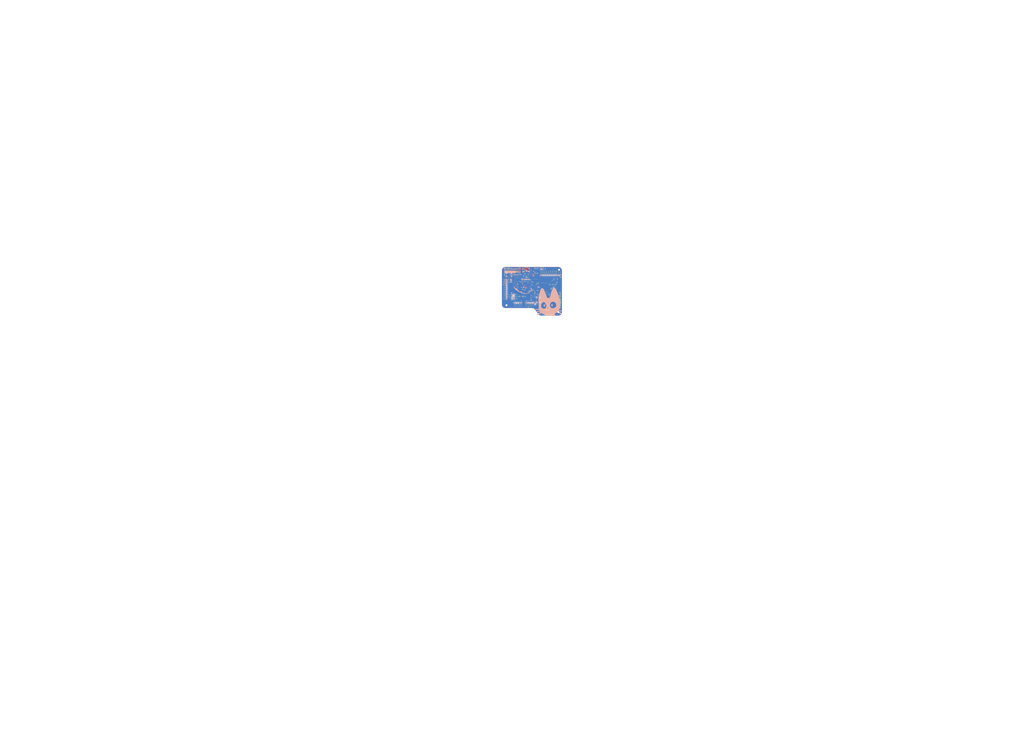
<source format=kicad_pcb>
(kicad_pcb (version 20241229) (generator "pcbnew") (generator_version "9.0")
  (layers (0 "F.Cu" signal) (2 "B.Cu" signal) (13 "F.Paste" user) (15 "B.Paste" user) (5 "F.SilkS" user "F.Silkscreen") (7 "B.SilkS" user "B.Silkscreen") (1 "F.Mask" user) (3 "B.Mask" user) (25 "Edge.Cuts" user))
  (net 0 "")
  (net 1 "GND")
  (net 2 "VBUS")
  (net 3 "+3V3")
  (net 4 "+1V1")
  (net 5 "Net-(C15-Pad2)")
  (net 6 "/clock/XIN")
  (net 7 "Net-(D1-A)")
  (net 8 "Net-(U5-OSC1)")
  (net 9 "Net-(U4-VREF)")
  (net 10 "Net-(D2-K)")
  (net 11 "Net-(D2-A)")
  (net 12 "Net-(D3-K)")
  (net 13 "Net-(J1-CC1)")
  (net 14 "/usb/USB_D-")
  (net 16 "Net-(J1-CC2)")
  (net 18 "/usb/USB_D+")
  (net 19 "Net-(J2-Pin_1)")
  (net 20 "/SWCLK")
  (net 21 "/RESET")
  (net 22 "/SWD")
  (net 23 "/can/CANL")
  (net 24 "/can/CANH")
  (net 25 "/can/CLKOUT")
  (net 26 "/SPI1_SCK")
  (net 27 "/SPI1_TX")
  (net 28 "/SPI1_RX")
  (net 29 "/SPI1_CSn")
  (net 30 "/I2C1_SDA")
  (net 31 "/I2C1_SCL")
  (net 32 "/PWM0")
  (net 33 "/PWM1")
  (net 34 "/PWM2")
  (net 35 "/PWM3")
  (net 36 "/ADC0")
  (net 37 "/ADC1")
  (net 38 "/ADC2")
  (net 39 "/ADC3")
  (net 40 "/GPIO0")
  (net 41 "/GPIO1")
  (net 42 "/GPIO2")
  (net 43 "/GPIO3")
  (net 44 "/GPIO4")
  (net 45 "/GPIO5")
  (net 46 "/GPIO6")
  (net 47 "/GPIO7")
  (net 48 "/GPIO12")
  (net 49 "/GPIO13")
  (net 50 "/QSPI_RST")
  (net 51 "/clock/XOUT")
  (net 52 "Net-(U1-USB_DP)")
  (net 53 "Net-(U1-USB_DM)")
  (net 54 "Net-(U5-~{RESET})")
  (net 55 "Net-(U5-OSC2)")
  (net 56 "Net-(U4-RS)")
  (net 57 "/storage/QSPI_SD3")
  (net 58 "/storage/QSPI_SD1")
  (net 59 "/storage/QSPI_SD2")
  (net 60 "/SPI0_TX")
  (net 61 "/storage/QSPI_SD0")
  (net 62 "/SPI0_CSn")
  (net 63 "/CAN_INT")
  (net 64 "/storage/QSPI_SCLK")
  (net 65 "/SPI0_RX")
  (net 66 "/SPI0_SCK")
  (net 67 "/can/TXCAN")
  (net 68 "/can/RXCAN")
  (net 69 "Net-(C20-Pad2)")
  (net 70 "/can/RX0BF")
  (net 71 "/can/RX1BF")
  (net 72 "/can/TX0RTS")
  (net 73 "/can/TX1RTS")
  (net 74 "/can/TX2RTS")
  (net 75 "Net-(R17-Pad1)")
  (net 76 "Net-(R18-Pad1)")
  (net 77 "Net-(D4-A)")
  (net 78 "Net-(D5-A)")
  (footprint "TestPoint:TestPoint_Pad_1.0x1.0mm" (layer "F.Cu") (at 189.649318 64.01)
    (property "Reference" "J7")
    (property "Value" "Conn_01x01_Pin")
  )
  (footprint "MountingHole:MountingHole_2.2mm_M2" (layer "F.Cu") (at 129 81)
    (property "Reference" "REF**" (hide yes))
    (property "Value" "MountingHole_2.2mm_M2")
  )
  (footprint "TestPoint:TestPoint_Pad_2.0x2.0mm" (layer "F.Cu") (at 129.25 32.5)
    (property "Reference" "+3V3")
    (property "Value" "TestPoint_Pad_2.0x2.0mm")
  )
  (footprint "TestPoint:TestPoint_Pad_1.0x1.0mm" (layer "F.Cu") (at 168.649318 53.71)
    (property "Reference" "J3")
    (property "Value" "Conn_01x01_Pin")
  )
  (footprint "Resistor_SMD:R_0603_1608Metric_Pad0.98x0.95mm_HandSolder" (layer "F.Cu") (at 156.534318 63.76 -90)
    (property "Reference" "R3")
    (property "Value" "1k")
  )
  (footprint "Diode_SMD:D_SOD-882" (layer "F.Cu") (at 166.65 33.2 180)
    (property "Reference" "D6")
    (property "Value" "PESD5V0S1UL")
  )
  (footprint "Button_Switch_THT:SW_PUSH_6mm" (layer "F.Cu") (at 135.349318 42.91 180)
    (property "Reference" "SW2")
    (property "Value" "SW_Push")
  )
  (footprint "Resistor_SMD:R_0603_1608Metric_Pad0.98x0.95mm_HandSolder" (layer "F.Cu") (at 193.899318 57.1475)
    (property "Reference" "R14")
    (property "Value" "220R")
  )
  (footprint "Capacitor_SMD:C_0603_1608Metric_Pad1.08x0.95mm_HandSolder" (layer "F.Cu") (at 183.106818 83.15625 -90)
    (property "Reference" "C21")
    (property "Value" "4.7n")
  )
  (footprint "Resistor_SMD:R_0603_1608Metric_Pad0.98x0.95mm_HandSolder" (layer "F.Cu") (at 184.106818 79.40625 -90)
    (property "Reference" "R11")
    (property "Value" "60R")
  )
  (footprint "Connector_PinHeader_2.54mm:PinHeader_1x02_P2.54mm_Vertical" (layer "F.Cu") (at 135.099318 47.285)
    (property "Reference" "J2")
    (property "Value" "Conn_01x02_Pin")
  )
  (footprint "Resistor_SMD:R_0603_1608Metric_Pad0.98x0.95mm_HandSolder" (layer "F.Cu") (at 139.649318 37.86)
    (property "Reference" "R18")
    (property "Value" "1k")
  )
  (footprint "SN65HVD230DR:SOIC127P599X175-8N" (layer "F.Cu") (at 183.134318 73.18125 -90)
    (property "Reference" "U4")
    (property "Value" "SN65HVD230DR")
  )
  (footprint "Resistor_SMD:R_0603_1608Metric_Pad0.98x0.95mm_HandSolder" (layer "F.Cu") (at 187.356818 74.65625 90)
    (property "Reference" "R10")
    (property "Value" "10k")
  )
  (footprint "Connector_PinHeader_2.54mm:PinHeader_2x03_P2.54mm_Vertical" (layer "F.Cu") (at 136.609318 67.17)
    (property "Reference" "J8")
    (property "Value" "Conn_02x03_Odd_Even")
  )
  (footprint "Capacitor_SMD:C_0603_1608Metric_Pad1.08x0.95mm_HandSolder" (layer "F.Cu") (at 152.449318 46.7725 90)
    (property "Reference" "C3")
    (property "Value" "100n")
  )
  (footprint "MountingHole:MountingHole_2.2mm_M2" (layer "F.Cu") (at 198.5 34)
    (property "Reference" "REF**" (hide yes))
    (property "Value" "MountingHole_2.2mm_M2")
  )
  (footprint "Capacitor_SMD:C_0603_1608Metric_Pad1.08x0.95mm_HandSolder" (layer "F.Cu") (at 162.499318 55.36)
    (property "Reference" "C7")
    (property "Value" "100n")
  )
  (footprint "Resistor_SMD:R_0603_1608Metric_Pad0.98x0.95mm_HandSolder" (layer "F.Cu") (at 152.899318 41.96 -90)
    (property "Reference" "R15")
    (property "Value" "5.1K")
  )
  (footprint "Capacitor_SMD:C_0603_1608Metric_Pad1.08x0.95mm_HandSolder" (layer "F.Cu") (at 163.524318 37.955 180)
    (property "Reference" "C2")
    (property "Value" "10u")
  )
  (footprint "Package_DFN_QFN:QFN-56-1EP_7x7mm_P0.4mm_EP3.2x3.2mm" (layer "F.Cu") (at 153.649318 55.0725)
    (property "Reference" "U1")
    (property "Value" "RP2040")
  )
  (footprint "LED_SMD:LED_0603_1608Metric_Pad1.05x0.95mm_HandSolder" (layer "F.Cu") (at 193.899318 54.8975)
    (property "Reference" "D3")
    (property "Value" "LED_Small")
  )
  (footprint "TestPoint:TestPoint_Pad_1.0x1.0mm" (layer "F.Cu") (at 170.899318 52.46)
    (property "Reference" "J4")
    (property "Value" "Conn_01x01_Pin")
  )
  (footprint "Connector_PinHeader_2.54mm:PinHeader_1x11_P2.54mm_Vertical" (layer "F.Cu") (at 199.809318 41.21 -90)
    (property "Reference" "J10")
    (property "Value" "Conn_01x11")
  )
  (footprint "Capacitor_SMD:C_0603_1608Metric_Pad1.08x0.95mm_HandSolder" (layer "F.Cu") (at 184.106818 66.81875 90)
    (property "Reference" "C22")
    (property "Value" "100n")
  )
  (footprint "Resistor_SMD:R_0603_1608Metric_Pad0.98x0.95mm_HandSolder" (layer "F.Cu") (at 154.049318 46.7725 -90)
    (property "Reference" "R4")
    (property "Value" "27R")
  )
  (footprint "Connector_USB:USB_C_Receptacle_GCT_USB4105-xx-A_16P_TopMnt_Horizontal" (layer "F.Cu") (at 154.999318 33.67 180)
    (property "Reference" "J1")
    (property "Value" "USB_C_Receptacle_USB2.0_16P")
  )
  (footprint "Connector_PinHeader_2.54mm:PinHeader_1x02_P2.54mm_Vertical" (layer "F.Cu") (at 174.3 33.2 90)
    (property "Reference" "J12")
    (property "Value" "Conn_01x02_Pin")
  )
  (footprint "Resistor_SMD:R_0603_1608Metric_Pad0.98x0.95mm_HandSolder" (layer "F.Cu") (at 157.149318 41.96 -90)
    (property "Reference" "R16")
    (property "Value" "5.1K")
  )
  (footprint "Connector_PinHeader_2.54mm:PinHeader_1x11_P2.54mm_Vertical" (layer "F.Cu") (at 129.099318 47.18)
    (property "Reference" "J11")
    (property "Value" "Conn_01x11")
  )
  (footprint "Resistor_SMD:R_0603_1608Metric_Pad0.98x0.95mm_HandSolder" (layer "F.Cu") (at 189.649318 54.8975 180)
    (property "Reference" "R9")
    (property "Value" "1k")
  )
  (footprint "Capacitor_SMD:C_0603_1608Metric_Pad1.08x0.95mm_HandSolder" (layer "F.Cu") (at 182.106818 66.81875 90)
    (property "Reference" "C23")
    (property "Value" "1u")
  )
  (footprint "Package_TO_SOT_SMD:TO-252-2" (layer "F.Cu") (at 167.314318 42.985)
    (property "Reference" "U2")
    (property "Value" "NCP1117-3.3_TO252")
  )
  (footprint "Capacitor_SMD:C_0603_1608Metric_Pad1.08x0.95mm_HandSolder" (layer "F.Cu") (at 170.011818 62.76 180)
    (property "Reference" "C25")
    (property "Value" "1u")
  )
  (footprint "Resistor_SMD:R_0603_1608Metric_Pad0.98x0.95mm_HandSolder" (layer "F.Cu") (at 194.899318 46.06 -90)
    (property "Reference" "R13")
    (property "Value" "220R")
  )
  (footprint "Resistor_SMD:R_0603_1608Metric_Pad0.98x0.95mm_HandSolder" (layer "F.Cu") (at 155.649318 46.7725 90)
    (property "Reference" "R5")
    (property "Value" "27R")
  )
  (footprint "ABM8-272-T3:XTAL_ABM8-272-T3" (layer "F.Cu") (at 153.284318 64.1725)
    (property "Reference" "Y1")
    (property "Value" "ABM8-272-T3")
  )
  (footprint "Capacitor_SMD:C_0603_1608Metric_Pad1.08x0.95mm_HandSolder" (layer "F.Cu") (at 186.149318 51.1475 -90)
    (property "Reference" "C19")
    (property "Value" "30p")
  )
  (footprint "Capacitor_SMD:C_0603_1608Metric_Pad1.08x0.95mm_HandSolder" (layer "F.Cu") (at 157.249318 46.7725 90)
    (property "Reference" "C11")
    (property "Value" "1u")
  )
  (footprint "Package_SO:SOIC-18W_7.5x11.6mm_P1.27mm" (layer "F.Cu") (at 178.399318 57.51 180)
    (property "Reference" "U5")
    (property "Value" "MCP2515-xSO")
  )
  (footprint "Capacitor_SMD:C_0603_1608Metric_Pad1.08x0.95mm_HandSolder" (layer "F.Cu") (at 150.849318 46.7725 90)
    (property "Reference" "C12")
    (property "Value" "100n")
  )
  (footprint "Capacitor_SMD:C_0603_1608Metric_Pad1.08x0.95mm_HandSolder" (layer "F.Cu") (at 159.849318 48.6725)
    (property "Reference" "C4")
    (property "Value" "100n")
  )
  (footprint "Capacitor_SMD:C_0603_1608Metric_Pad1.08x0.95mm_HandSolder" (layer "F.Cu") (at 143.699318 51.76 180)
    (property "Reference" "C6")
    (property "Value" "100n")
  )
  (footprint "Resistor_SMD:R_0603_1608Metric_Pad0.98x0.95mm_HandSolder" (layer "F.Cu") (at 163.899318 65.26 180)
    (property "Reference" "R8")
    (property "Value" "10k")
  )
  (footprint "Resistor_SMD:R_0603_1608Metric_Pad0.98x0.95mm_HandSolder" (layer "F.Cu") (at 139.649318 42.4275)
    (property "Reference" "R2")
    (property "Value" "1k")
  )
  (footprint "ABM8-16.000MHZ-B2-T:XTAL_ABM8-16.000MHZ-B2-T" (layer "F.Cu") (at 189.649318 50.8975)
    (property "Reference" "Y2")
    (property "Value" "ABM8-16.000MHZ-B2-T")
  )
  (footprint "Package_SO:SOIC-8_5.3x5.3mm_P1.27mm" (layer "F.Cu") (at 143.899318 46.7725)
    (property "Reference" "U3")
    (property "Value" "W25Q128JVS")
  )
  (footprint "Diode_SMD:D_SOD-123" (layer "F.Cu") (at 164.649318 68.26 180)
    (property "Reference" "D1")
    (property "Value" "1N4148W")
  )
  (footprint "MountingHole:MountingHole_2.2mm_M2" (layer "F.Cu") (at 197.5 90)
    (property "Reference" "REF**" (hide yes))
    (property "Value" "MountingHole_2.2mm_M2")
  )
  (footprint "Resistor_SMD:R_0603_1608Metric_Pad0.98x0.95mm_HandSolder" (layer "F.Cu") (at 150.3 70.9)
    (property "Reference" "R20")
    (property "Value" "4.7K")
  )
  (footprint "Capacitor_SMD:C_0603_1608Metric_Pad1.08x0.95mm_HandSolder" (layer "F.Cu") (at 192.899318 51.1475 -90)
    (property "Reference" "C20")
    (property "Value" "30p")
  )
  (footprint "TestPoint:TestPoint_Pad_1.0x1.0mm" (layer "F.Cu") (at 189.649318 57.26 180)
    (property "Reference" "J30")
    (property "Value" "Conn_01x01_Pin")
  )
  (footprint "Capacitor_SMD:C_0603_1608Metric_Pad1.08x0.95mm_HandSolder" (layer "F.Cu") (at 160.649318 63.76 -90)
    (property "Reference" "C18")
    (property "Value" "100n")
  )
  (footprint "Capacitor_SMD:C_0603_1608Metric_Pad1.08x0.95mm_HandSolder" (layer "F.Cu") (at 170.011818 65.26 180)
    (property "Reference" "C24")
    (property "Value" "100n")
  )
  (footprint "Resistor_SMD:R_0603_1608Metric_Pad0.98x0.95mm_HandSolder" (layer "F.Cu") (at 145.8 70.9)
    (property "Reference" "R19")
    (property "Value" "4.7K")
  )
  (footprint "TestPoint:TestPoint_Pad_2.0x2.0mm" (layer "F.Cu") (at 134.25 32.5)
    (property "Reference" "GND")
    (property "Value" "TestPoint_Pad_2.0x2.0mm")
  )
  (footprint "Button_Switch_THT:SW_PUSH_6mm" (layer "F.Cu") (at 173.5 70.5 -90)
    (property "Reference" "SW1")
    (property "Value" "SW_Push")
  )
  (footprint "TestPoint:TestPoint_Pad_1.0x1.0mm" (layer "F.Cu") (at 189.649318 59.51 180)
    (property "Reference" "J29")
    (property "Value" "Conn_01x01_Pin")
  )
  (footprint "Capacitor_SMD:C_0603_1608Metric_Pad1.08x0.95mm_HandSolder" (layer "F.Cu") (at 148.149318 42.4275)
    (property "Reference" "C14")
    (property "Value" "100n")
  )
  (footprint "Capacitor_SMD:C_0603_1608Metric_Pad1.08x0.95mm_HandSolder" (layer "F.Cu") (at 159.849318 50.2725)
    (property "Reference" "C10")
    (property "Value" "1u")
  )
  (footprint "Resistor_SMD:R_0603_1608Metric_Pad0.98x0.95mm_HandSolder" (layer "F.Cu") (at 182.106818 79.40625 90)
    (property "Reference" "R12")
    (property "Value" "60R")
  )
  (footprint "Package_TO_SOT_SMD:SOT-416" (layer "F.Cu") (at 155 41 90)
    (property "Reference" "D8")
    (property "Value" "RCLAMP0502B")
  )
  (footprint "LOGO" (layer "F.Cu") (at 191.72322 68.960836)
    (property "Reference" "G***" (hide yes))
    (property "Value" "LOGO" (hide yes))
  )
  (footprint "Connector_PinHeader_2.54mm:PinHeader_1x05_P2.54mm_Vertical" (layer "F.Cu") (at 165.229318 77.8725 -90)
    (property "Reference" "J5")
    (property "Value" "Conn_01x05_Pin")
  )
  (footprint "Resistor_SMD:R_0603_1608Metric_Pad0.98x0.95mm_HandSolder" (layer "F.Cu") (at 163.899318 74.21 180)
    (property "Reference" "R6")
    (property "Value" "10k")
  )
  (footprint "Capacitor_SMD:C_0603_1608Metric_Pad1.08x0.95mm_HandSolder" (layer "F.Cu") (at 153.284318 67.9225)
    (property "Reference" "C15")
    (property "Value" "15p")
  )
  (footprint "Connector_PinHeader_2.54mm:PinHeader_1x02_P2.54mm_Vertical" (layer "F.Cu") (at 181.816818 87.56875 90)
    (property "Reference" "J6")
    (property "Value" "Conn_01x02_Pin")
  )
  (footprint "TestPoint:TestPoint_Pad_1.0x1.0mm" (layer "F.Cu") (at 189.649318 61.76 180)
    (property "Reference" "J28")
    (property "Value" "Conn_01x01_Pin")
  )
  (footprint "Capacitor_SMD:C_0603_1608Metric_Pad1.08x0.95mm_HandSolder" (layer "F.Cu") (at 150.034318 63.76 90)
    (property "Reference" "C16")
    (property "Value" "15p")
  )
  (footprint "Diode_SMD:D_SOD-323" (layer "F.Cu") (at 159.4 40.6 90)
    (property "Reference" "D4")
    (property "Value" "1N5819WS")
  )
  (footprint "LED_SMD:LED_0603_1608Metric_Pad1.05x0.95mm_HandSolder" (layer "F.Cu") (at 192.899318 46.06 90)
    (property "Reference" "D2")
    (property "Value" "LED_Small")
  )
  (footprint "Capacitor_SMD:C_0603_1608Metric_Pad1.08x0.95mm_HandSolder" (layer "F.Cu") (at 144.261818 56.86 180)
    (property "Reference" "C5")
    (property "Value" "100n")
  )
  (footprint "Connector_PinHeader_2.54mm:PinHeader_1x04_P2.54mm_Vertical" (layer "F.Cu") (at 140.629318 77.8725 90)
    (property "Reference" "J9")
    (property "Value" "Conn_01x04_Pin")
  )
  (footprint "Resistor_SMD:R_0603_1608Metric_Pad0.98x0.95mm_HandSolder" (layer "F.Cu") (at 143.899318 42.4275 180)
    (property "Reference" "R1")
    (property "Value" "10k")
  )
  (footprint "Capacitor_SMD:C_0603_1608Metric_Pad1.08x0.95mm_HandSolder" (layer "F.Cu") (at 159.4 44.6 -90)
    (property "Reference" "C1")
    (property "Value" "10u")
  )
  (footprint "Diode_SMD:D_SOD-323" (layer "F.Cu") (at 170 33.2)
    (property "Reference" "D5")
    (property "Value" "1N5819WS")
  )
  (footprint "Capacitor_SMD:C_0603_1608Metric_Pad1.08x0.95mm_HandSolder" (layer "F.Cu") (at 163.899318 71.46)
    (property "Reference" "C17")
    (property "Value" "100n")
  )
  (footprint "Resistor_SMD:R_0603_1608Metric_Pad0.98x0.95mm_HandSolder" (layer "F.Cu") (at 163.899318 62.76)
    (property "Reference" "R7")
    (property "Value" "1k")
  )
  (footprint "Resistor_SMD:R_0603_1608Metric_Pad0.98x0.95mm_HandSolder" (layer "F.Cu") (at 170.25 79.5 180)
    (property "Reference" "R17")
    (property "Value" "1k")
  )
  (footprint "TestPoint:TestPoint_Pad_1.0x1.0mm" (layer "B.Cu") (at 155 32.5 180)
    (property "Reference" "REF**")
    (property "Value" "TestPoint_Pad_1.0x1.0mm")
  )
  (footprint "LOGO" (layer "B.Cu") (at 186.734237 72.2269 90)
    (property "Reference" "G***")
    (property "Value" "LOGO" (hide yes))
  )
  (footprint "LOGO" (layer "B.Cu") (at 152.6 55.5 180)
    (property "Reference" "G***" (hide yes))
    (property "Value" "LOGO" (hide yes))
  )
  (footprint "TestPoint:TestPoint_Pad_1.0x1.0mm" (layer "B.Cu") (at 157.1 32.5 180)
    (property "Reference" "REF**")
    (property "Value" "TestPoint_Pad_1.0x1.0mm")
  )
  (footprint "TestPoint:TestPoint_Pad_1.0x1.0mm" (layer "B.Cu") (at 152.9 32.5 180)
    (property "Reference" "REF**")
    (property "Value" "TestPoint_Pad_1.0x1.0mm")
  )
  (footprint "TestPoint:TestPoint_Pad_4.0x4.0mm" (layer "B.Cu") (at 145.3 34 180)
    (property "Reference" "REF**")
    (property "Value" "TestPoint_Pad_4.0x4.0mm")
  )
  (gr_rect (start 126.1 35.175) (end 141.1 38.425) (stroke (width 0.1)) (fill yes) (layer "B.SilkS"))
  (gr_arc (start 202.5 90) (mid 201.035534 93.535534) (end 197.5 95) (stroke (width 0.05)) (layer "Edge.Cuts"))
  (gr_line (start 197.5 30) (end 127.5 30) (stroke (width 0.05)) (layer "Edge.Cuts"))
  (gr_arc (start 127.5 85) (mid 123.964466 83.535534) (end 122.5 80) (stroke (width 0.05)) (layer "Edge.Cuts"))
  (gr_line (start 122.5 35) (end 122.5 80) (stroke (width 0.05)) (layer "Edge.Cuts"))
  (gr_arc (start 122.5 35) (mid 123.964466 31.464466) (end 127.5 30) (stroke (width 0.05)) (layer "Edge.Cuts"))
  (gr_arc (start 197.5 30) (mid 201.035534 31.464466) (end 202.5 35) (stroke (width 0.05)) (layer "Edge.Cuts"))
  (gr_line (start 127.5 85) (end 162.5 85) (stroke (width 0.05)) (layer "Edge.Cuts"))
  (gr_arc (start 175 95) (mid 173.086583 94.619398) (end 171.464466 93.535534) (stroke (width 0.05)) (layer "Edge.Cuts"))
  (gr_line (start 202.5 90) (end 202.5 35) (stroke (width 0.05)) (layer "Edge.Cuts"))
  (gr_line (start 175 95) (end 197.5 95) (stroke (width 0.05)) (layer "Edge.Cuts"))
  (gr_line (start 166.035534 86.464467) (end 171.464467 93.535534) (stroke (width 0.05)) (layer "Edge.Cuts"))
  (gr_arc (start 162.5 85) (mid 164.413417 85.380602) (end 166.035534 86.464466) (stroke (width 0.05)) (layer "Edge.Cuts"))
  (gr_text "IO1" (at 124.6 55.4 0) (layer "F.SilkS") (effects (font (size 1 1) (thickness 0.1)) (justify left bottom)))
  (gr_text "RX" (at 141.1 67.7 0) (layer "F.SilkS") (effects (font (size 1 1) (thickness 0.1)) (justify left bottom)))
  (gr_text "CANH (G)" (at 189.2 93 90) (layer "F.SilkS") (effects (font (size 1 1) (thickness 0.1)) (justify left bottom)))
  (gr_text "I2C" (at 147.5 75.9 0) (layer "F.SilkS") (effects (font (size 1 1) (thickness 0.1)) (justify left bottom)))
  (gr_text "PWM3" (at 187.7 39.1 90) (layer "F.SilkS") (effects (font (size 1 1) (thickness 0.1)) (justify left bottom)))
  (gr_text "SCK" (at 131.7 70.4 0) (layer "F.SilkS") (effects (font (size 1 1) (thickness 0.1)) (justify left bottom)))
  (gr_text "+5V" (at 124 47.8 0) (layer "F.SilkS") (effects (font (size 1 1) (thickness 0.1)) (justify left bottom)))
  (gr_text "ADC2" (at 180 39 90) (layer "F.SilkS") (effects (font (size 1 1) (thickness 0.1)) (justify left bottom)))
  (gr_text "SPI" (at 134.8 75.4 0) (layer "F.SilkS") (effects (font (size 1 1) (thickness 0.1)) (justify left bottom)))
  (gr_text "GND" (at 141.1 72.9 0) (layer "F.SilkS") (effects (font (size 1 1) (thickness 0.1)) (justify left bottom)))
  (gr_text "CANL (Y)" (at 178.2 92.6 90) (layer "F.SilkS") (effects (font (size 1 1) (thickness 0.1)) (justify left bottom)))
  (gr_text "+5V" (at 172.3 31.7 0) (layer "F.SilkS") (effects (font (size 1 1) (thickness 0.1)) (justify left bottom)))
  (gr_text "TX" (at 132.9 72.9 0) (layer "F.SilkS") (effects (font (size 1 1) (thickness 0.1)) (justify left bottom)))
  (gr_text "PWM2" (at 190.2 39.1 90) (layer "F.SilkS") (effects (font (size 1 1) (thickness 0.1)) (justify left bottom)))
  (gr_text "ADC1" (at 182.6 39 90) (layer "F.SilkS") (effects (font (size 1 1) (thickness 0.1)) (justify left bottom)))
  (gr_text "+3V3" (at 130.7 67.9 0) (layer "F.SilkS") (effects (font (size 1 1) (thickness 0.1)) (justify left bottom)))
  (gr_text "RST" (at 163.4 82.6 90) (layer "F.SilkS") (effects (font (size 1 1) (thickness 0.1)) (justify left bottom)))
  (gr_text "+5V" (at 200.4 39.1 90) (layer "F.SilkS") (effects (font (size 1 1) (thickness 0.1)) (justify left bottom)))
  (gr_text "SWD" (at 160.8 82.9 90) (layer "F.SilkS") (effects (font (size 1 1) (thickness 0.1)) (justify left bottom)))
  (gr_text "RESET" (at 170.3 68.9 0) (layer "F.SilkS") (effects (font (size 1 1) (thickness 0.1)) (justify left bottom)))
  (gr_text "CSn" (at 141.1 70.3 0) (layer "F.SilkS") (effects (font (size 1 1) (thickness 0.1)) (justify left bottom)))
  (gr_text "SCL\n" (at 143.7 82.7 90) (layer "F.SilkS") (effects (font (size 1 1) (thickness 0.1)) (justify left bottom)))
  (gr_text "IO3" (at 124.6 60.6 0) (layer "F.SilkS") (effects (font (size 1 1) (thickness 0.1)) (justify left bottom)))
  (gr_text "+3V3" (at 163.959318 81.5 0) (layer "F.SilkS") (effects (font (size 1 1) (thickness 0.1)) (justify left bottom)))
  (gr_text "IO2" (at 124.6 58 0) (layer "F.SilkS") (effects (font (size 1 1) (thickness 0.1)) (justify left bottom)))
  (gr_text "GND" (at 175.5 31.7 0) (layer "F.SilkS") (effects (font (size 1 1) (thickness 0.1)) (justify left bottom)))
  (gr_text "+3V3" (at 123.1 50.4 0) (layer "F.SilkS") (effects (font (size 1 1) (thickness 0.1)) (justify left bottom)))
  (gr_text "+3V3" (at 197.8 39.1 90) (layer "F.SilkS") (effects (font (size 1 1) (thickness 0.1)) (justify left bottom)))
  (gr_text "GND" (at 155.6 82.8 90) (layer "F.SilkS") (effects (font (size 1 1) (thickness 0.1)) (justify left bottom)))
  (gr_text "+3V3" (at 146.4 83.8 90) (layer "F.SilkS") (effects (font (size 1 1) (thickness 0.1)) (justify left bottom)))
  (gr_text "PixApple V1.1" (at 200.9 85.4 90) (layer "F.SilkS") (effects (font (size 2 2) (thickness 0.3)) (justify left bottom)))
  (gr_text "SDA" (at 141 82.8 90) (layer "F.SilkS") (effects (font (size 1 1) (thickness 0.1)) (justify left bottom)))
  (gr_text "ADC0" (at 185 39.03 90) (layer "F.SilkS") (effects (font (size 1 1) (thickness 0.1)) (justify left bottom)))
  (gr_text "GND" (at 124 73.2 0) (layer "F.SilkS") (effects (font (size 1 1) (thickness 0.1)) (justify left bottom)))
  (gr_text "GND" (at 149 82.8 90) (layer "F.SilkS") (effects (font (size 1 1) (thickness 0.1)) (justify left bottom)))
  (gr_text "Flash" (at 130.2 36.7 0) (layer "F.SilkS") (effects (font (size 1 1) (thickness 0.1)) (justify left bottom)))
  (gr_text "IO7" (at 124.5 70.7 0) (layer "F.SilkS") (effects (font (size 1 1) (thickness 0.1)) (justify left bottom)))
  (gr_text "GND" (at 175 39 90) (layer "F.SilkS") (effects (font (size 1 1) (thickness 0.1)) (justify left bottom)))
  (gr_text "ADC3" (at 177.5 39 90) (layer "F.SilkS") (effects (font (size 1 1) (thickness 0.1)) (justify left bottom)))
  (gr_text "PWM0" (at 195.3 39.1 90) (layer "F.SilkS") (effects (font (size 1 1) (thickness 0.1)) (justify left bottom)))
  (gr_text "SWCLK" (at 158.3 84.7 90) (layer "F.SilkS") (effects (font (size 1 1) (thickness 0.1)) (justify left bottom)))
  (gr_text "CAN" (at 187.6 89 90) (layer "F.SilkS") (effects (font (size 1 1) (thickness 0.1)) (justify left bottom)))
  (gr_text "IO5" (at 124.5 65.7 0) (layer "F.SilkS") (effects (font (size 1 1) (thickness 0.1)) (justify left bottom)))
  (gr_text "IO6" (at 124.5 68.2 0) (layer "F.SilkS") (effects (font (size 1 1) (thickness 0.1)) (justify left bottom)))
  (gr_text "IO0" (at 124.6 52.9 0) (layer "F.SilkS") (effects (font (size 1 1) (thickness 0.1)) (justify left bottom)))
  (gr_text "IO4" (at 124.5 63.1 0) (layer "F.SilkS") (effects (font (size 1 1) (thickness 0.1)) (justify left bottom)))
  (gr_text "DEBUG" (at 153.3 75.8 0) (layer "F.SilkS") (effects (font (size 1 1) (thickness 0.1)) (justify left bottom)))
  (gr_text "PWM1" (at 192.7 39.1 90) (layer "F.SilkS") (effects (font (size 1 1) (thickness 0.1)) (justify left bottom)))
  (gr_text "JLCJLCJLCJLC" (at 147.4 41.5 0) (layer "B.SilkS") (effects (font (size 1.5 1.5) (thickness 0.375) (bold yes)) (justify left bottom mirror)))
  (gr_text "PixApple V1.0" (at 147.6 34.175 0) (layer "B.SilkS") (effects (font (size 2 2) (thickness 0.3)) (justify left bottom mirror)))
  (gr_text "QA" (at 147.6 38.675 0) (layer "B.SilkS") (effects (font (size 3 3) (thickness 0.75) (bold yes)) (justify left bottom mirror)))
  (segment (start 192.899318 50.285) (end 194.011818 50.285) (width 0.75) (layer "F.Cu") (net 1))
  (segment (start 149.234318 32.595) (end 148.899318 32.26) (width 0.75) (layer "F.Cu") (net 1))
  (segment (start 155 39.358528) (end 154.849318 39.207846) (width 0.5) (layer "F.Cu") (net 1))
  (segment (start 157.1 44.1) (end 157.6 44.1) (width 0.9) (layer "F.Cu") (net 1))
  (segment (start 154.159318 62.7975) (end 152.884318 61.5225) (width 0.5) (layer "F.Cu") (net 1))
  (segment (start 188.774318 52.0475) (end 188.774318 52.7725) (width 0.75) (layer "F.Cu") (net 1))
  (segment (start 164.761818 71.46) (end 164.761818 70.4965) (width 0.9) (layer "F.Cu") (net 1))
  (segment (start 154.710909 54.010909) (end 154.210909 54.510909) (width 0.75) (layer "F.Cu") (net 1))
  (segment (start 194.811818 57.9475) (end 194.199318 58.56) (width 0.9) (layer "F.Cu") (net 1))
  (segment (start 191.061818 50.285) (end 190.524318 49.7475) (width 0.75) (layer "F.Cu") (net 1))
  (segment (start 151.254318 37.35) (end 150.679318 36.775) (width 0.5) (layer "F.Cu") (net 1))
  (segment (start 164.299318 55.36) (end 164.699318 54.96) (width 0.75) (layer "F.Cu") (net 1))
  (segment (start 150.034318 64.6225) (end 151.709318 64.6225) (width 0.75) (layer "F.Cu") (net 1))
  (segment (start 185.194318 50.285) (end 184.234318 51.245) (width 0.75) (layer "F.Cu") (net 1))
  (segment (start 164.761818 71.46) (end 164.761818 70.8225) (width 0.9) (layer "F.Cu") (net 1))
  (segment (start 195.399318 58.535) (end 195.399318 58.56) (width 0.9) (layer "F.Cu") (net 1))
  (segment (start 140.311818 49.488182) (end 140 49.8) (width 0.5) (layer "F.Cu") (net 1))
  (segment (start 149.011818 42.4275) (end 149.011818 41.4975) (width 0.75) (layer "F.Cu") (net 1))
  (segment (start 192.899318 50.285) (end 192.899318 48.8975) (width 0.75) (layer "F.Cu") (net 1))
  (segment (start 149.234318 32.625) (end 148.899318 32.96) (width 0.75) (layer "F.Cu") (net 1))
  (segment (start 176.84 33.2) (end 178.2 33.2) (width 0.9) (layer "F.Cu") (net 1))
  (segment (start 160.711818 48.6725) (end 160.711818 50.2725) (width 0.75) (layer "F.Cu") (net 1))
  (segment (start 184.106818 65.95625) (end 182.106818 65.95625) (width 0.9) (layer "F.Cu") (net 1))
  (segment (start 191.049318 49.7475) (end 191.899318 48.8975) (width 0.75) (layer "F.Cu") (net 1))
  (segment (start 152.421818 67.9225) (end 152.421818 65.335) (width 0.75) (layer "F.Cu") (net 1))
  (segment (start 152.409318 65.0975) (end 154.159318 63.3475) (width 0.5) (layer "F.Cu") (net 1))
  (segment (start 185.281818 73.74375) (end 187.356818 73.74375) (width 0.9) (layer "F.Cu") (net 1))
  (segment (start 157.149318 43.649318) (end 157.6 44.1) (width 0.9) (layer "F.Cu") (net 1))
  (segment (start 166.3 33.2) (end 165.4 33.2) (width 0.25) (layer "F.Cu") (net 1))
  (segment (start 169.149318 62.76) (end 167.649318 62.76) (width 0.9) (layer "F.Cu") (net 1))
  (segment (start 191.899318 48.8975) (end 192.899318 48.8975) (width 0.75) (layer "F.Cu") (net 1))
  (segment (start 152.421818 67.9225) (end 151.484318 67.9225) (width 0.75) (layer "F.Cu") (net 1))
  (segment (start 143.399318 56.86) (end 143.399318 57.3225) (width 0.75) (layer "F.Cu") (net 1))
  (segment (start 158.9625 45.4625) (end 158.1 44.6) (width 0.9) (layer "F.Cu") (net 1))
  (segment (start 150.034318 65.1725) (end 149.184318 66.0225) (width 0.75) (layer "F.Cu") (net 1))
  (segment (start 164.299318 55.36) (end 164.299318 55.46) (width 0.75) (layer "F.Cu") (net 1))
  (segment (start 183.106818 84.01875) (end 181.956818 84.01875) (width 0.75) (layer "F.Cu") (net 1))
  (segment (start 160.649318 64.6225) (end 160.649318 65.51) (width 0.75) (layer "F.Cu") (net 1))
  (segment (start 157.149318 42.8725) (end 157.149318 44.050682) (width 0.9) (layer "F.Cu") (net 1))
  (segment (start 150.034318 65.1725) (end 150.084318 65.2225) (width 0.75) (layer "F.Cu") (net 1))
  (segment (start 183.049318 52.43) (end 183.049318 51.26) (width 0.75) (layer "F.Cu") (net 1))
  (segment (start 154.159318 63.3475) (end 154.159318 63.0225) (width 0.5) (layer "F.Cu") (net 1))
  (segment (start 152.899318 43.86) (end 153.299318 44.26) (width 0.75) (layer "F.Cu") (net 1))
  (segment (start 150.679318 38.49) (end 151.149318 38.96) (width 0.5) (layer "F.Cu") (net 1))
  (segment (start 160.711818 48.6725) (end 161.549318 48.6725) (width 0.75) (layer "F.Cu") (net 1))
  (segment (start 160.649318 65.51) (end 161.399318 66.26) (width 0.75) (layer "F.Cu") (net 1))
  (segment (start 157.149318 44.050682) (end 157.1 44.1) (width 0.9) (layer "F.Cu") (net 1))
  (segment (start 169.149318 65.26) (end 168.399318 65.26) (width 0.9) (layer "F.Cu") (net 1))
  (segment (start 162.661818 37.0675) (end 163.274318 36.455) (width 0.9) (layer "F.Cu") (net 1))
  (segment (start 169.149318 62.76) (end 168.399318 62.76) (width 0.9) (layer "F.Cu") (net 1))
  (segment (start 155 40.35) (end 155 39.358528) (width 0.5) (layer "F.Cu") (net 1))
  (segment (start 149.011818 42.0225) (end 148.049318 41.06) (width 0.75) (layer "F.Cu") (net 1))
  (segment (start 152.638409 54.061591) (end 153.138409 54.561591) (width 0.75) (layer "F.Cu") (net 1))
  (segment (start 187.356818 72.71875) (end 187.656818 72.41875) (width 0.75) (layer "F.Cu") (net 1))
  (segment (start 152.649318 58.51) (end 152.649318 56.149318) (width 0.2) (layer "F.Cu") (net 1))
  (segment (start 194.811818 57.1475) (end 194.811818 57.9475) (width 0.9) (layer "F.Cu") (net 1))
  (segment (start 184.106818 65.95625) (end 184.106818 64.56875) (width 0.9) (layer "F.Cu") (net 1))
  (segment (start 150.679318 38.49) (end 150.679318 38.68) (width 0.5) (layer "F.Cu") (net 1))
  (segment (start 150.034318 64.6225) (end 150.034318 65.1725) (width 0.75) (layer "F.Cu") (net 1))
  (segment (start 158.1 44.1) (end 158.1 44.6) (width 0.9) (layer "F.Cu") (net 1))
  (segment (start 150.084318 65.2225) (end 150.084318 66.0225) (width 0.75) (layer "F.Cu") (net 1))
  (segment (start 187.356818 72.91875) (end 186.856818 72.41875) (width 0.75) (layer "F.Cu") (net 1))
  (segment (start 150.679318 32.595) (end 149.234318 32.595) (width 0.75) (layer "F.Cu") (net 1))
  (segment (start 184.106818 65.95625) (end 184.106818 65.31875) (width 0.9) (layer "F.Cu") (net 1))
  (segment (start 154.159318 63.0225) (end 154.159318 62.7975) (width 0.5) (layer "F.Cu") (net 1))
  (segment (start 187.356818 73.74375) (end 187.356818 72.91875) (width 0.75) (layer "F.Cu") (net 1))
  (segment (start 182.056818 83.41875) (end 182.656818 84.01875) (width 0.75) (layer "F.Cu") (net 1))
  (segment (start 153.649318 55.0725) (end 153.110909 55.610909) (width 0.9) (layer "F.Cu") (net 1))
  (segment (start 150.849318 45.91) (end 150.849318 44.81) (width 0.9) (layer "F.Cu") (net 1))
  (segment (start 152.899318 43.3225) (end 151.749318 44.4725) (width 0.75) (layer "F.Cu") (net 1))
  (segment (start 157.6 44.1) (end 158.1 44.1) (width 0.9) (layer "F.Cu") (net 1))
  (segment (start 192.899318 50.285) (end 191.061818 50.285) (width 0.75) (layer "F.Cu") (net 1))
  (segment (start 182.106818 65.95625) (end 182.106818 65.31875) (width 0.9) (layer "F.Cu") (net 1))
  (segment (start 152.409318 65.3225) (end 151.584318 65.3225) (width 0.5) (layer "F.Cu") (net 1))
  (segment (start 140.311818 49.511818) (end 140.6 49.8) (width 0.5) (layer "F.Cu") (net 1))
  (segment (start 160.649318 65.76) (end 160.149318 66.26) (width 0.75) (layer "F.Cu") (net 1))
  (segment (start 151.799318 37.35) (end 151.254318 37.35) (width 0.5) (layer "F.Cu") (net 1))
  (segment (start 188.774318 52.0475) (end 188.774318 53.5225) (width 0.75) (layer "F.Cu") (net 1))
  (segment (start 164.299318 55.46) (end 164.599318 55.76) (width 0.75) (layer "F.Cu") (net 1))
  (segment (start 158.199318 37.35) (end 158.744318 37.35) (width 0.5) (layer "F.Cu") (net 1))
  (segment (start 154.210909 54.510909) (end 153.649318 55.0725) (width 0.75) (layer "F.Cu") (net 1))
  (segment (start 183.049318 51.26) (end 182.699318 50.91) (width 0.75) (layer "F.Cu") (net 1))
  (segment (start 184.106818 65.31875) (end 184.856818 64.56875) (width 0.9) (layer "F.Cu") (net 1))
  (segment (start 158.1 44.6) (end 157.1 44.6) (width 0.9) (layer "F.Cu") (net 1))
  (segment (start 153.649318 55.149318) (end 154.1 55.6) (width 0.9) (layer "F.Cu") (net 1))
  (segment (start 152.409318 65.3225) (end 152.409318 65.0975) (width 0.5) (layer "F.Cu") (net 1))
  (segment (start 178.5 33.2) (end 179.4 34.1) (width 0.9) (layer "F.Cu") (net 1))
  (segment (start 140.311818 49.488182) (end 140.311818 49.511818) (width 0.5) (layer "F.Cu") (net 1))
  (segment (start 182.656818 84.01875) (end 183.106818 84.01875) (width 0.75) (layer "F.Cu") (net 1))
  (segment (start 150.679318 36.775) (end 150.679318 38.49) (width 0.5) (layer "F.Cu") (net 1))
  (segment (start 183.769318 72.23125) (end 185.281818 73.74375) (width 0.9) (layer "F.Cu") (net 1))
  (segment (start 161.774318 37.955) (end 161.274318 37.455) (width 0.9) (layer "F.Cu") (net 1))
  (segment (start 186.761818 50.285) (end 187.399318 49.6475) (width 0.75) (layer "F.Cu") (net 1))
  (segment (start 159.319318 32.595) (end 160.464318 32.595) (width 0.75) (layer "F.Cu") (net 1))
  (segment (start 149.234318 32.595) (end 149.234318 32.625) (width 0.75) (layer "F.Cu") (net 1))
  (segment (start 187.356818 72.91875) (end 187.356818 72.71875) (width 0.75) (layer "F.Cu") (net 1))
  (segment (start 183.049318 52.43) (end 184.234318 51.245) (width 0.75) (layer "F.Cu") (net 1))
  (segment (start 164.599318 55.76) (end 164.699318 55.76) (width 0.75) (layer "F.Cu") (net 1))
  (segment (start 153.649318 55.0725) (end 153.649318 55.1) (width 0.9) (layer "F.Cu") (net 1))
  (segment (start 190.524318 49.7475) (end 190.524318 48.5225) (width 0.75) (layer "F.Cu") (net 1))
  (segment (start 153.138409 54.561591) (end 153.649318 55.0725) (width 0.75) (layer "F.Cu") (net 1))
  (segment (start 157.249318 44.749318) (end 157.1 44.6) (width 0.9) (layer "F.Cu") (net 1))
  (segment (start 151.484318 67.9225) (end 150.984318 68.4225) (width 0.75) (layer "F.Cu") (net 1))
  (segment (start 168.399318 62.76) (end 167.649318 63.51) (width 0.9) (layer "F.Cu") (net 1))
  (segment (start 158.744318 37.35) (end 159.319318 36.775) (width 0.5) (layer "F.Cu") (net 1))
  (segment (start 190.524318 49.7475) (end 191.049318 49.7475) (width 0.75) (layer "F.Cu") (net 1))
  (segment (start 159.4 45.4625) (end 158.9625 45.4625) (width 0.9) (layer "F.Cu") (net 1))
  (segment (start 160.594318 36.775) (end 161.274318 37.455) (width 0.5) (layer "F.Cu") (net 1))
  (segment (start 160.464318 32.595) (end 160.999318 32.06) (width 0.75) (layer "F.Cu") (net 1))
  (segment (start 152.649318 56.149318) (end 152.610909 56.110909) (width 0.2) (layer "F.Cu") (net 1))
  (segment (start 151.709318 64.6225) (end 152.409318 65.3225) (width 0.75) (layer "F.Cu") (net 1))
  (segment (start 153.110909 55.610909) (end 152.610909 56.110909) (width 0.9) (layer "F.Cu") (net 1))
  (segment (start 154.65 56.15) (end 155.5 57) (width 0.9) (layer "F.Cu") (net 1))
  (segment (start 149.011818 42.4275) (end 149.011818 42.0225) (width 0.75) (layer "F.Cu") (net 1))
  (segment (start 161.549318 48.6725) (end 162.149318 49.2725) (width 0.75) (layer "F.Cu") (net 1))
  (segment (start 151.799318 37.35) (end 151.799318 38.31) (width 0.5) (layer "F.Cu") (net 1))
  (segment (start 151.584318 65.3225) (end 150.884318 66.0225) (width 0.5) (layer "F.Cu") (net 1))
  (segment (start 151.584318 67.9225) (end 150.984318 67.3225) (width 0.75) (layer "F.Cu") (net 1))
  (segment (start 160.649318 64.6225) (end 160.649318 65.76) (width 0.75) (layer "F.Cu") (net 1))
  (segment (start 188.774318 52.7725) (end 188.024318 53.5225) (width 0.75) (layer "F.Cu") (net 1))
  (segment (start 194.011818 50.285) (end 194.399318 49.8975) (width 0.75) (layer "F.Cu") (net 1))
  (segment (start 143.399318 57.3225) (end 142.561818 58.16) (width 0.75) (layer "F.Cu") (net 1))
  (segment (start 157.249318 45.450682) (end 158.1 44.6) (width 0.9) (layer "F.Cu") (net 1))
  (segment (start 186.149318 50.285) (end 186.761818 50.285) (width 0.75) (layer "F.Cu") (net 1))
  (segment (start 164.761818 70.4965) (end 165.198318 70.06) (width 0.9) (layer "F.Cu") (net 1))
  (segment (start 143.399318 56.86) (end 143.399318 57.1975) (width 0.75) (layer "F.Cu") (net 1))
  (segment (start 159.319318 36.775) (end 159.319318 37.25) (width 0.5) (layer "F.Cu") (net 1))
  (segment (start 157.249318 45.91) (end 157.249318 44.749318) (width 0.9) (layer "F.Cu") (net 1))
  (segment (start 157.1 44.6) (end 157.1 44.1) (width 0.9) (layer "F.Cu") (net 1))
  (segment (start 165.4 33.2) (end 164.8 32.6) (width 0.25) (layer "F.Cu") (net 1))
  (segment (start 149.011818 41.4975) (end 149.449318 41.06) (width 0.75) (layer "F.Cu") (net 1))
  (segment (start 141.761392 51.76) (end 141.430355 52.091037) (width 0.9) (layer "F.Cu") (net 1))
  (segment (start 152.899318 42.8725) (end 152.899318 43.86) (width 0.75) (layer "F.Cu") (net 1))
  (segment (start 160.464318 32.595) (end 160.464318 32.625) (width 0.75) (layer "F.Cu") (net 1))
  (segment (start 154.159318 62.12) (end 153.499318 61.46) (width 0.5) (layer "F.Cu") (net 1))
  (segment (start 128.849318 42.91) (end 135.349318 42.91) (width 0.25) (layer "F.Cu") (net 1))
  (segment (start 182.106818 65.95625) (end 182.106818 65.3025) (width 0.9) (layer "F.Cu") (net 1))
  (segment (start 181.956818 83.41875) (end 182.056818 83.41875) (width 0.75) (layer "F.Cu") (net 1))
  (segment (start 151.799318 38.31) (end 151.149318 38.96) (width 0.5) (layer "F.Cu") (net 1))
  (segment (start 162.661818 37.955) (end 162.661818 37.0675) (width 0.9) (layer "F.Cu") (net 1))
  (segment (start 140.311818 48.6775) (end 140.311818 49.488182) (width 0.5) (layer "F.Cu") (net 1))
  (segment (start 162.661818 37.955) (end 161.774318 37.955) (width 0.9) (layer "F.Cu") (net 1))
  (segment (start 150.849318 44.81) (end 151.099318 44.56) (width 0.9) (layer "F.Cu") (net 1))
  (segment (start 150.034318 65.1725) (end 150.884318 66.0225) (width 0.75) (layer "F.Cu") (net 1))
  (segment (start 152.421818 65.335) (end 152.409318 65.3225) (width 0.75) (layer "F.Cu") (net 1))
  (segment (start 183.769318 70.71125) (end 183.769318 72.23125) (width 0.9) (layer "F.Cu") (net 1))
  (segment (start 162.274318 38.3425) (end 162.661818 37.955) (width 0.9) (layer "F.Cu") (net 1))
  (segment (start 152.421818 67.9225) (end 151.584318 67.9225) (width 0.75) (layer "F.Cu") (net 1))
  (segment (start 143.399318 57.1975) (end 144.361818 58.16) (width 0.75) (layer "F.Cu") (net 1))
  (segment (start 176.84 33.2) (end 178.5 33.2) (width 0.9) (layer "F.Cu") (net 1))
  (segment (start 160.711818 48.6725) (end 162.049318 48.6725) (width 0.75) (layer "F.Cu") (net 1))
  (segment (start 150.679318 38.68) (end 150.399318 38.96) (width 0.5) (layer "F.Cu") (net 1))
  (segment (start 142.836818 51.76) (end 141.761392 51.76) (width 0.9) (layer "F.Cu") (net 1))
  (segment (start 157.6 44.6) (end 158.1 44.6) (width 0.9) (layer "F.Cu") (net 1))
  (segment (start 194.899318 45.1475) (end 194.899318 43.76) (width 0.9) (layer "F.Cu") (net 1))
  (segment (start 182.106818 65.95625) (end 182.106818 64.56875) (width 0.9) (layer "F.Cu") (net 1))
  (segment (start 159.319318 36.775) (end 160.594318 36.775) (width 0.5) (layer "F.Cu") (net 1))
  (segment (start 160.464318 32.625) (end 160.999318 33.16) (width 0.75) (layer "F.Cu") (net 1))
  (segment (start 157.249318 45.91) (end 157.249318 45.450682) (width 0.9) (layer "F.Cu") (net 1))
  (segment (start 153.649318 55.1) (end 153.649318 55.149318) (width 0.9) (layer "F.Cu") (net 1))
  (segment (start 169.149318 62.76) (end 169.149318 65.26) (width 0.9) (layer "F.Cu") (net 1))
  (segment (start 165.4 33.2) (end 164.8 33.8) (width 0.25) (layer "F.Cu") (net 1))
  (segment (start 163.361818 55.36) (end 164.299318 55.36) (width 0.75) (layer "F.Cu") (net 1))
  (segment (start 157.149318 42.8725) (end 157.149318 43.649318) (width 0.9) (layer "F.Cu") (net 1))
  (segment (start 190.524318 48.5225) (end 190.899318 48.1475) (width 0.75) (layer "F.Cu") (net 1))
  (segment (start 178.2 33.2) (end 179.4 32) (width 0.9) (layer "F.Cu") (net 1))
  (segment (start 194.811818 57.9475) (end 195.399318 58.535) (width 0.9) (layer "F.Cu") (net 1))
  (segment (start 152.449318 45.1725) (end 151.749318 44.4725) (width 0.75) (layer "F.Cu") (net 1))
  (segment (start 168.399318 65.26) (end 167.649318 64.51) (width 0.9) (layer "F.Cu") (net 1))
  (segment (start 169.149318 65.26) (end 167.649318 65.26) (width 0.9) (layer "F.Cu") (net 1))
  (segment (start 150.849318 45.91) (end 150.849318 45.31) (width 0.9) (layer "F.Cu") (net 1))
  (segment (start 162.274318 40.705) (end 162.274318 38.3425) (width 0.9) (layer "F.Cu") (net 1))
  (segment (start 152.899318 42.8725) (end 152.899318 43.3225) (width 0.75) (layer "F.Cu") (net 1))
  (segment (start 186.149318 50.285) (end 185.194318 50.285) (width 0.75) (layer "F.Cu") (net 1))
  (segment (start 154.1 55.6) (end 154.65 56.15) (width 0.9) (layer "F.Cu") (net 1))
  (segment (start 152.449318 45.91) (end 152.449318 45.1725) (width 0.75) (layer "F.Cu") (net 1))
  (segment (start 182.106818 65.3025) (end 182.899318 64.51) (width 0.9) (layer "F.Cu") (net 1))
  (segment (start 150.849318 45.31) (end 150.199318 44.66) (width 0.9) (layer "F.Cu") (net 1))
  (segment (start 154.159318 63.0225) (end 154.159318 62.12) (width 0.5) (layer "F.Cu") (net 1))
  (segment (start 164.761818 70.8225) (end 163.999318 70.06) (width 0.9) (layer "F.Cu") (net 1))
  (segment (start 162.049318 48.6725) (end 162.149318 48.5725) (width 0.75) (layer "F.Cu") (net 1))
  (via (at 194.899318 43.76) (size 0.6) (drill 0.3) (layers "F.Cu" "B.Cu") (net 1))
  (via (at 151.099318 44.56) (size 0.6) (drill 0.3) (layers "F.Cu" "B.Cu") (net 1))
  (via (at 154.65 56.15) (size 0.6) (drill 0.3) (layers "F.Cu" "B.Cu") (net 1))
  (via (at 182.699318 50.91) (size 0.6) (drill 0.3) (layers "F.Cu" "B.Cu") (net 1))
  (via (at 157.58 44.02) (size 0.6) (drill 0.3) (layers "F.Cu" "B.Cu") (net 1))
  (via (at 149.449318 41.06) (size 0.6) (drill 0.3) (layers "F.Cu" "B.Cu") (net 1))
  (via (at 163.999318 70.06) (size 0.6) (drill 0.3) (layers "F.Cu" "B.Cu") (net 1))
  (via (at 156.97 44.07) (size 0.6) (drill 0.3) (layers "F.Cu" "B.Cu") (net 1))
  (via (at 184.856818 64.56875) (size 0.6) (drill 0.3) (layers "F.Cu" "B.Cu") (net 1))
  (via (at 150.399318 38.96) (size 0.6) (drill 0.3) (layers "F.Cu" "B.Cu") (net 1))
  (via (at 157.57 44.68) (size 0.6) (drill 0.3) (layers "F.Cu" "B.Cu") (net 1))
  (via (at 179.7 71.5) (size 0.6) (drill 0.3) (layers "F.Cu" "B.Cu") (net 1))
  (via (at 164.8 33.8) (size 0.6) (drill 0.3) (layers "F.Cu" "B.Cu") (net 1))
  (via (at 140 49.8) (size 0.6) (drill 0.3) (layers "F.Cu" "B.Cu") (net 1))
  (via (at 152.884318 61.5225) (size 0.6) (drill 0.3) (layers "F.Cu" "B.Cu") (net 1))
  (via (at 151.184318 64.6225) (size 0.6) (drill 0.3) (layers "F.Cu" "B.Cu") (net 1))
  (via (at 162.149318 48.5725) (size 0.6) (drill 0.3) (layers "F.Cu" "B.Cu") (net 1))
  (via (at 141.74 41.14) (size 0.6) (drill 0.3) (layers "F.Cu" "B.Cu") (net 1))
  (via (at 194.399318 49.8975) (size 0.6) (drill 0.3) (layers "F.Cu" "B.Cu") (net 1))
  (via (at 151.149318 38.96) (size 0.6) (drill 0.3) (layers "F.Cu" "B.Cu") (net 1))
  (via (at 152.421818 66.7225) (size 0.6) (drill 0.3) (layers "F.Cu" "B.Cu") (net 1))
  (via (at 161.399318 66.26) (size 0.6) (drill 0.3) (layers "F.Cu" "B.Cu") (net 1))
  (via (at 187.399318 49.6475) (size 0.6) (drill 0.3) (layers "F.Cu" "B.Cu") (net 1))
  (via (at 184.234318 51.245) (size 0.6) (drill 0.3) (layers "F.Cu" "B.Cu") (net 1))
  (via (at 153.138409 54.561591) (size 0.6) (drill 0.3) (layers "F.Cu" "B.Cu") (net 1))
  (via (at 149.184318 66.0225) (size 0.6) (drill 0.3) (layers "F.Cu" "B.Cu") (net 1))
  (via (at 188.774318 53.5225) (size 0.6) (drill 0.3) (layers "F.Cu" "B.Cu") (net 1))
  (via (at 153.299318 44.26) (size 0.6) (drill 0.3) (layers "F.Cu" "B.Cu") (net 1))
  (via (at 167.649318 65.26) (size 0.6) (drill 0.3) (layers "F.Cu" "B.Cu") (net 1))
  (via (at 150.884318 66.0225) (size 0.6) (drill 0.3) (layers "F.Cu" "B.Cu") (net 1))
  (via (at 153.499318 61.46) (size 0.6) (drill 0.3) (layers "F.Cu" "B.Cu") (net 1))
  (via (at 148.899318 32.96) (size 0.6) (drill 0.3) (layers "F.Cu" "B.Cu") (net 1))
  (via (at 181.956818 83.41875) (size 0.6) (drill 0.3) (layers "F.Cu" "B.Cu") (net 1))
  (via (at 142.12 70.99) (size 0.6) (drill 0.3) (layers "F.Cu" "B.Cu") (net 1))
  (via (at 179.4 32) (size 0.6) (drill 0.3) (layers "F.Cu" "B.Cu") (net 1))
  (via (at 150.984318 67.3225) (size 0.6) (drill 0.3) (layers "F.Cu" "B.Cu") (net 1))
  (via (at 162.149318 49.2725) (size 0.6) (drill 0.3) (layers "F.Cu" "B.Cu") (net 1))
  (via (at 165.198318 70.06) (size 0.6) (drill 0.3) (layers "F.Cu" "B.Cu") (net 1))
  (via (at 167.649318 63.51) (size 0.6) (drill 0.3) (layers "F.Cu" "B.Cu") (net 1))
  (via (at 141.430355 52.091037) (size 0.6) (drill 0.3) (layers "F.Cu" "B.Cu") (net 1))
  (via (at 140.6 49.8) (size 0.6) (drill 0.3) (layers "F.Cu" "B.Cu") (net 1))
  (via (at 158.19 44.67) (size 0.6) (drill 0.3) (layers "F.Cu" "B.Cu") (net 1))
  (via (at 150.984318 68.4225) (size 0.6) (drill 0.3) (layers "F.Cu" "B.Cu") (net 1))
  (via (at 191.899318 48.8975) (size 0.6) (drill 0.3) (layers "F.Cu" "B.Cu") (net 1))
  (via (at 154.210909 54.510909) (size 0.6) (drill 0.3) (layers "F.Cu" "B.Cu") (net 1))
  (via (at 160.999318 32.06) (size 0.6) (drill 0.3) (layers "F.Cu" "B.Cu") (net 1))
  (via (at 144.361818 58.16) (size 0.6) (drill 0.3) (layers "F.Cu" "B.Cu") (net 1))
  (via (at 148.049318 41.06) (size 0.6) (drill 0.3) (layers "F.Cu" "B.Cu") (net 1))
  (via (at 154.710909 54.010909) (size 0.6) (drill 0.3) (layers "F.Cu" "B.Cu") (net 1))
  (via (at 182.899318 64.51) (size 0.6) (drill 0.3) (layers "F.Cu" "B.Cu") (net 1))
  (via (at 167.649318 62.76) (size 0.6) (drill 0.3) (layers "F.Cu" "B.Cu") (net 1))
  (via (at 150.084318 66.0225) (size 0.6) (drill 0.3) (layers "F.Cu" "B.Cu") (net 1))
  (via (at 187.656818 72.41875) (size 0.6) (drill 0.3) (layers "F.Cu" "B.Cu") (net 1))
  (via (at 184.9 90.3) (size 0.6) (drill 0.3) (layers "F.Cu" "B.Cu") (net 1))
  (via (at 153.110909 55.610909) (size 0.6) (drill 0.3) (layers "F.Cu" "B.Cu") (net 1))
  (via (at 160.999318 33.16) (size 0.6) (drill 0.3) (layers "F.Cu" "B.Cu") (net 1))
  (via (at 181.956818 84.01875) (size 0.6) (drill 0.3) (layers "F.Cu" "B.Cu") (net 1))
  (via (at 154.1 55.6) (size 0.6) (drill 0.3) (layers "F.Cu" "B.Cu") (net 1))
  (via (at 194.199318 58.56) (size 0.6) (drill 0.3) (layers "F.Cu" "B.Cu") (net 1))
  (via (at 151.749318 44.4725) (size 0.6) (drill 0.3) (layers "F.Cu" "B.Cu") (net 1))
  (via (at 152.610909 56.110909) (size 0.6) (drill 0.3) (layers "F.Cu" "B.Cu") (net 1))
  (via (at 153.649318 55.1) (size 0.6) (drill 0.3) (layers "F.Cu" "B.Cu") (net 1))
  (via (at 150.199318 44.66) (size 0.6) (drill 0.3) (layers "F.Cu" "B.Cu") (net 1))
  (via (at 182.106818 64.56875) (size 0.6) (drill 0.3) (layers "F.Cu" "B.Cu") (net 1))
  (via (at 163.274318 36.455) (size 0.6) (drill 0.3) (layers "F.Cu" "B.Cu") (net 1))
  (via (at 152.638409 54.061591) (size 0.6) (drill 0.3) (layers "F.Cu" "B.Cu") (net 1))
  (via (at 190.899318 48.1475) (size 0.6) (drill 0.3) (layers "F.Cu" "B.Cu") (net 1))
  (via (at 184.106818 64.56875) (size 0.6) (drill 0.3) (layers "F.Cu" "B.Cu") (net 1))
  (via (at 154.849318 39.207846) (size 0.6) (drill 0.3) (layers "F.Cu" "B.Cu") (net 1))
  (via (at 192.899318 48.8975) (size 0.6) (drill 0.3) (layers "F.Cu" "B.Cu") (net 1))
  (via (at 164.699318 54.96) (size 0.6) (drill 0.3) (layers "F.Cu" "B.Cu") (net 1))
  (via (at 179.4 34.1) (size 0.6) (drill 0.3) (layers "F.Cu" "B.Cu") (net 1))
  (via (at 148.899318 32.26) (size 0.6) (drill 0.3) (layers "F.Cu" "B.Cu") (net 1))
  (via (at 142.561818 58.16) (size 0.6) (drill 0.3) (layers "F.Cu" "B.Cu") (net 1))
  (via (at 195.399318 58.56) (size 0.6) (drill 0.3) (layers "F.Cu" "B.Cu") (net 1))
  (via (at 186.856818 72.41875) (size 0.6) (drill 0.3) (layers "F.Cu" "B.Cu") (net 1))
  (via (at 137.44 36.76) (size 0.6) (drill 0.3) (layers "F.Cu" "B.Cu") (net 1))
  (via (at 155.5 57) (size 0.6) (drill 0.3) (layers "F.Cu" "B.Cu") (net 1))
  (via (at 157.01 44.65) (size 0.6) (drill 0.3) (layers "F.Cu" "B.Cu") (net 1))
  (via (at 188.024318 53.5225) (size 0.6) (drill 0.3) (layers "F.Cu" "B.Cu") (net 1))
  (via (at 161.274318 37.455) (size 0.6) (drill 0.3) (layers "F.Cu" "B.Cu") (net 1))
  (via (at 167.649318 64.51) (size 0.6) (drill 0.3) (layers "F.Cu" "B.Cu") (net 1))
  (via (at 164.8 32.6) (size 0.6) (drill 0.3) (layers "F.Cu" "B.Cu") (net 1))
  (via (at 160.149318 66.26) (size 0.6) (drill 0.3) (layers "F.Cu" "B.Cu") (net 1))
  (via (at 158.19 44.04) (size 0.6) (drill 0.3) (layers "F.Cu" "B.Cu") (net 1))
  (via (at 164.699318 55.76) (size 0.6) (drill 0.3) (layers "F.Cu" "B.Cu") (net 1))
  (segment (start 166 82.25) (end 138 82.25) (width 0.9) (layer "F.Cu") (net 2))
  (segment (start 177.5 93.75) (end 166 82.25) (width 0.9) (layer "F.Cu") (net 2))
  (segment (start 132.5 76.75) (end 126.25 76.75) (width 0.9) (layer "F.Cu") (net 2))
  (segment (start 159.4 41.65) (end 159.4 43.7375) (width 0.9) (layer "F.Cu") (net 2))
  (segment (start 199.809318 41.21) (end 199.809318 80.190682) (width 0.9) (layer "F.Cu") (net 2))
  (segment (start 168.95 35.990682) (end 168.959318 36) (width 0.9) (layer "F.Cu") (net 2))
  (segment (start 168.95 33.2) (end 167.151 33.2) (width 0.9) (layer "F.Cu") (net 2))
  (segment (start 199.809318 80.190682) (end 186.25 93.75) (width 0.9) (layer "F.Cu") (net 2))
  (segment (start 168.95 33.2) (end 168.95 35.990682) (width 0.9) (layer "F.Cu") (net 2))
  (segment (start 160.746818 43.7375) (end 162.274318 45.265) (width 0.9) (layer "F.Cu") (net 2))
  (segment (start 194.599318 36) (end 199.809318 41.21) (width 0.9) (layer "F.Cu") (net 2))
  (segment (start 126.25 76.75) (end 124.75 75.25) (width 0.9) (layer "F.Cu") (net 2))
  (segment (start 166.899318 38.06) (end 168.959318 36) (width 0.9) (layer "F.Cu") (net 2))
  (segment (start 124.75 51.529318) (end 129.099318 47.18) (width 0.9) (layer "F.Cu") (net 2))
  (segment (start 124.75 75.25) (end 124.75 51.529318) (width 0.9) (layer "F.Cu") (net 2))
  (segment (start 138 82.25) (end 132.5 76.75) (width 0.9) (layer "F.Cu") (net 2))
  (segment (start 168.959318 36) (end 194.599318 36) (width 0.9) (layer "F.Cu") (net 2))
  (segment (start 159.4 43.7375) (end 160.746818 43.7375) (width 0.9) (layer "F.Cu") (net 2))
  (segment (start 186.25 93.75) (end 177.5 93.75) (width 0.9) (layer "F.Cu") (net 2))
  (segment (start 162.274318 45.265) (end 162.274318 44.085) (width 0.9) (layer "F.Cu") (net 2))
  (segment (start 162.274318 44.085) (end 164.099318 42.26) (width 0.9) (layer "F.Cu") (net 2))
  (via (at 166.899318 38.06) (size 0.6) (drill 0.3) (layers "F.Cu" "B.Cu") (net 2))
  (via (at 164.099318 42.26) (size 0.6) (drill 0.3) (layers "F.Cu" "B.Cu") (net 2))
  (segment (start 164.099318 42.26) (end 164.099318 40.86) (width 0.9) (layer "B.Cu") (net 2))
  (segment (start 164.099318 40.86) (end 166.899318 38.06) (width 0.9) (layer "B.Cu") (net 2))
  (segment (start 159.649318 47.26) (end 158.986818 47.9225) (width 0.9) (layer "F.Cu") (net 3))
  (segment (start 163.349318 80.8725) (end 152.8 80.8725) (width 0.9) (layer "F.Cu") (net 3))
  (segment (start 197.269318 41.21) (end 197.269318 54.26) (width 0.9) (layer "F.Cu") (net 3))
  (segment (start 148.709318 80.8725) (end 138.611818 80.8725) (width 0.9) (layer "F.Cu") (net 3))
  (segment (start 175.899318 70.26) (end 175.899318 63.01) (width 0.9) (layer "F.Cu") (net 3))
  (segment (start 153.849318 51.635) (end 154.249318 51.635) (width 0.2) (layer "F.Cu") (net 3))
  (segment (start 153.520052 48.6235) (end 153.123318 48.226766) (width 0.5) (layer "F.Cu") (net 3))
  (segment (start 153.5235 48.6235) (end 153.520052 48.6235) (width 0.5) (layer "F.Cu") (net 3))
  (segment (start 133.999318 76.26) (end 133.1 75.360682) (width 0.9) (layer "F.Cu") (net 3))
  (segment (start 164.386818 37.955) (end 164.386818 38.7975) (width 0.9) (layer "F.Cu") (net 3))
  (segment (start 147.706818 56.0725) (end 136.609318 67.17) (width 0.2) (layer "F.Cu") (net 3))
  (segment (start 157.7 62.2) (end 157.2 61.7) (width 0.2) (layer "F.Cu") (net 3))
  (segment (start 141.899318 35.26) (end 144.811818 38.1725) (width 0.9) (layer "F.Cu") (net 3))
  (segment (start 196.631818 54.8975) (end 197.269318 54.26) (width 0.9) (layer "F.Cu") (net 3))
  (segment (start 144.811818 38.1725) (end 144.811818 42.4275) (width 0.9) (layer "F.Cu") (net 3))
  (segment (start 141.45 75.6) (end 134.659318 75.6) (width 0.5) (layer "F.Cu") (net 3))
  (segment (start 175.226818 80.8725) (end 175.899318 80.2) (width 0.9) (layer "F.Cu") (net 3))
  (segment (start 175.226818 80.9275) (end 175.899318 81.6) (width 0.9) (layer "F.Cu") (net 3))
  (segment (start 171.079318 65.26) (end 173.749318 62.59) (width 0.9) (layer "F.Cu") (net 3))
  (segment (start 170.874318 65.26) (end 170.874318 65.735) (width 0.9) (layer "F.Cu") (net 3))
  (segment (start 175.479318 62.59) (end 173.749318 62.59) (width 0.9) (layer "F.Cu") (net 3))
  (segment (start 145.124318 56.86) (end 146.919318 56.86) (width 0.2) (layer "F.Cu") (net 3))
  (segment (start 154.249318 52.249318) (end 154.3735 52.3735) (width 0.2) (layer "F.Cu") (net 3))
  (segment (start 155.849318 50.0725) (end 157.249318 48.6725) (width 0.2) (layer "F.Cu") (net 3))
  (segment (start 156.5275 52.4725) (end 156.348318 52.651682) (width 0.2) (layer "F.Cu") (net 3))
  (segment (start 156.249318 50.7725) (end 156.749318 50.2725) (width 0.2) (layer "F.Cu") (net 3))
  (segment (start 146.919318 56.86) (end 147.706818 56.0725) (width 0.2) (layer "F.Cu") (net 3))
  (segment (start 152.535 47.635) (end 152.449318 47.635) (width 0.5) (layer "F.Cu") (net 3))
  (segment (start 157.7 65.6) (end 157.7 62.2) (width 0.2) (layer "F.Cu") (net 3))
  (segment (start 127.099318 75.26) (end 132.999318 75.26) (width 0.9) (layer "F.Cu") (net 3))
  (segment (start 182.499318 68.07375) (end 182.106818 67.68125) (width 0.9) (layer "F.Cu") (net 3))
  (segment (start 150.211818 56.0725) (end 147.706818 56.0725) (width 0.2) (layer "F.Cu") (net 3))
  (segment (start 156.8 68.4) (end 156.8 66.5) (width 0.5) (layer "F.Cu") (net 3))
  (segment (start 153.949318 49.9725) (end 153.949318 49.135) (width 0.4) (layer "F.Cu") (net 3))
  (segment (start 157.249318 48.6725) (end 158.986818 48.6725) (width 0.2) (layer "F.Cu") (net 3))
  (segment (start 150.7725 52.4725) (end 151 52.7) (width 0.2) (layer "F.Cu") (net 3))
  (segment (start 153.949318 49.9725) (end 154.249318 50.2725) (width 0.2) (layer "F.Cu") (net 3))
  (segment (start 175.899318 80.86) (end 175.899318 80.2) (width 0.9) (layer "F.Cu") (net 3))
  (segment (start 182.499318 70.71125) (end 182.499318 68.07375) (width 0.9) (layer "F.Cu") (net 3))
  (segment (start 158.986818 48.6725) (end 158.986818 50.2725) (width 0.75) (layer "F.Cu") (net 3))
  (segment (start 165.229318 77.8725) (end 166.299318 76.8025) (width 0.9) (layer "F.Cu") (net 3))
  (segment (start 153.849318 50.0725) (end 153.949318 49.9725) (width 0.2) (layer "F.Cu") (net 3))
  (segment (start 165.229318 77.8725) (end 165.229318 78.9925) (width 0.9) (layer "F.Cu") (net 3))
  (segment (start 178.299318 92.26) (end 175.899318 89.86) (width 0.9) (layer "F.Cu") (net 3))
  (segment (start 175.899318 81.6) (end 175.899318 80.86) (width 0.9) (layer "F.Cu") (net 3))
  (segment (start 154.1 69.6) (end 155.6 69.6) (width 0.5) (layer "F.Cu") (net 3))
  (segment (start 150.211818 52.4725) (end 146.111818 52.4725) (width 0.2) (layer "F.Cu") (net 3))
  (segment (start 156.348318 55.893318) (end 156.5275 56.0725) (width 0.2) (layer "F.Cu") (net 3))
  (segment (start 155.849318 52.170274) (end 155.849318 51.635) (width 0.2) (layer "F.Cu") (net 3))
  (segment (start 173.579318 62.76) (end 173.749318 62.59) (width 0.9) (layer "F.Cu") (net 3))
  (segment (start 176.649318 71.01) (end 175.899318 70.26) (width 0.9) (layer "F.Cu") (net 3))
  (segment (start 152.8 70.9) (end 154.1 69.6) (width 0.5) (layer "F.Cu") (net 3))
  (segment (start 168.124318 42.985) (end 163.849318 47.26) (width 0.9) (layer "F.Cu") (net 3))
  (segment (start 138.611818 80.8725) (end 133.999318 76.26) (width 0.9) (layer "F.Cu") (net 3))
  (segment (start 175.899318 80.2) (end 175.899318 70.26) (width 0.9) (layer "F.Cu") (net 3))
  (segment (start 164.386818 38.7975) (end 168.574318 42.985) (width 0.9) (layer "F.Cu") (net 3))
  (segment (start 164.811818 66.7725) (end 166.299318 68.26) (width 0.9) (layer "F.Cu") (net 3))
  (segment (start 170.874318 62.76) (end 173.579318 62.76) (width 0.9) (layer "F.Cu") (net 3))
  (segment (start 127.699318 35.26) (end 141.899318 35.26) (width 0.9) (layer "F.Cu") (net 3))
  (segment (start 148.709318 80.8725) (end 145.709318 77.8725) (width 0.9) (layer "F.Cu") (net 3))
  (segment (start 155.809718 61.7) (end 153.849318 59.7396) (width 0.2) (layer "F.Cu") (net 3))
  (segment (start 147.286818 44.6675) (end 147.486818 44.8675) (width 0.75) (layer "F.Cu") (net 3))
  (segment (start 168.349318 68.26) (end 166.299318 68.26) (width 0.9) (layer "F.Cu") (net 3))
  (segment (start 157.086818 52.1725) (end 158.986818 50.2725) (width 0.2) (layer "F.Cu") (net 3))
  (segment (start 156.749318 50.2725) (end 158.986818 50.2725) (width 0.2) (layer "F.Cu") (net 3))
  (segment (start 152.8 70.9) (end 152.8 80.8725) (width 0.5) (layer "F.Cu") (net 3))
  (segment (start 151.2125 70.9) (end 152.8 70.9) (width 0.5) (layer "F.Cu") (net 3))
  (segment (start 133.1 70.679318) (end 136.609318 67.17) (width 0.9) (layer "F.Cu") (net 3))
  (segment (start 164.811818 74.21) (end 166.299318 74.21) (width 0.9) (layer "F.Cu") (net 3))
  (segment (start 170.874318 65.26) (end 171.079318 65.26) (width 0.9) (layer "F.Cu") (net 3))
  (segment (start 152.8 80.8725) (end 148.709318 80.8725) (width 0.9) (layer "F.Cu") (net 3))
  (segment (start 153.123318 48.223318) (end 152.535 47.635) (width 0.5) (layer "F.Cu") (net 3))
  (segment (start 145.399318 51.76) (end 144.561818 51.76) (width 0.2) (layer "F.Cu") (net 3))
  (segment (start 144.8875 72.1625) (end 141.45 75.6) (width 0.5) (layer "F.Cu") (net 3))
  (segment (start 168.574318 42.985) (end 168.124318 42.985) (width 0.9) (layer "F.Cu") (net 3))
  (segment (start 155.646092 52.3735) (end 155.849318 52.170274) (width 0.2) (layer "F.Cu") (net 3))
  (segment (start 155.849318 51.635) (end 156.249318 51.635) (width 0.2) (layer "F.Cu") (net 3))
  (segment (start 147.286818 42.4275) (end 147.286818 44.6675) (width 0.75) (layer "F.Cu") (net 3))
  (segment (start 182.499318 68.83875) (end 183.656818 67.68125) (width 0.9) (layer "F.Cu") (net 3))
  (segment (start 157.086818 52.4725) (end 157.086818 52.1725) (width 0.2) (layer "F.Cu") (net 3))
  (segment (start 197.269318 55.56) (end 197.269318 80.49) (width 0.9) (layer "F.Cu") (net 3))
  (segment (start 150.747092 56.0725) (end 150.211818 56.0725) (width 0.2) (layer "F.Cu") (net 3))
  (segment (start 170.874318 65.735) (end 168.349318 68.26) (width 0.9) (layer "F.Cu") (net 3))
  (segment (start 126.25 47.75) (end 126.25 36.709318) (width 0.9) (layer "F.Cu") (net 3))
  (segment (start 182.499318 70.71125) (end 182.499318 72.217452) (width 0.9) (layer "F.Cu") (net 3))
  (segment (start 182.499318 70.71125) (end 182.499318 68.83875) (width 0.9) (layer "F.Cu") (net 3))
  (segment (start 166.299318 74.21) (end 166.299318 68.26) (width 0.9) (layer "F.Cu") (net 3))
  (segment (start 157.2 61.7) (end 155.809718 61.7) (width 0.2) (layer "F.Cu") (net 3))
  (segment (start 155.6 69.6) (end 156.8 68.4) (width 0.5) (layer "F.Cu") (net 3))
  (segment (start 144.8875 70.9) (end 144.8875 72.1625) (width 0.5) (layer "F.Cu") (net 3))
  (segment (start 153.949318 49.049318) (end 153.5235 48.6235) (width 0.5) (layer "F.Cu") (net 3))
  (segment (start 175.226818 80.8725) (end 175.226818 80.9275) (width 0.9) (layer "F.Cu") (net 3))
  (segment (start 154.3735 52.3735) (end 155.646092 52.3735) (width 0.2) (layer "F.Cu") (net 3))
  (segment (start 132.999318 75.26) (end 133.999318 76.26) (width 0.9) (layer "F.Cu") (net 3))
  (segment (start 126.25 52.569318) (end 129.099318 49.72) (width 0.9) (layer "F.Cu") (net 3))
  (segment (start 178.958068 73.31875) (end 176.649318 71.01) (width 0.9) (layer "F.Cu") (net 3))
  (segment (start 197.269318 54.26) (end 197.269318 55.56) (width 0.9) (layer "F.Cu") (net 3))
  (segment (start 158.986818 47.9225) (end 158.986818 48.6725) (width 0.9) (layer "F.Cu") (net 3))
  (segment (start 196.631818 54.9225) (end 197.269318 55.56) (width 0.9) (layer "F.Cu") (net 3))
  (segment (start 175.899318 89.86) (end 175.899318 81.6) (width 0.9) (layer "F.Cu") (net 3))
  (segment (start 156.249318 51.635) (end 156.249318 50.7725) (width 0.2) (layer "F.Cu") (net 3))
  (segment (start 153.949318 49.135) (end 153.949318 49.049318) (width 0.5) (layer "F.Cu") (net 3))
  (segment (start 126.25 36.709318) (end 127.699318 35.26) (width 0.9) (layer "F.Cu") (net 3))
  (segment (start 157.086818 52.4725) (end 156.5275 52.4725) (width 0.2) (layer "F.Cu") (net 3))
  (segment (start 168.574318 42.985) (end 173.559318 38) (width 0.9) (layer "F.Cu") (net 3))
  (segment (start 126.25 53.82) (end 126.25 52.569318) (width 0.9) (layer "F.Cu") (net 3))
  (segment (start 133.1 75.360682) (end 133.1 70.679318) (width 0.9) (layer "F.Cu") (net 3))
  (segment (start 155.849318 51.635) (end 155.849318 50.0725) (width 0.2) (layer "F.Cu") (net 3))
  (segment (start 194.774318 54.8975) (end 196.631818 54.8975) (width 0.9) (layer "F.Cu") (net 3))
  (segment (start 147.286818 42.4275) (end 144.811818 42.4275) (width 0.75) (layer "F.Cu") (net 3))
  (segment (start 134.659318 75.6) (end 133.999318 76.26) (width 0.5) (layer "F.Cu") (net 3))
  (segment (start 166.299318 76.8025) (end 166.299318 74.21) (width 0.9) (layer "F.Cu") (net 3))
  (segment (start 151 55.819592) (end 150.747092 56.0725) (width 0.2) (layer "F.Cu") (net 3))
  (segment (start 164.811818 65.26) (end 164.811818 66.7725) (width 0.9) (layer "F.Cu") (net 3))
  (segment (start 183.656818 67.68125) (end 184.106818 67.68125) (width 0.9) (layer "F.Cu") (net 3))
  (segment (start 173.559318 38) (end 194.059318 38) (width 0.9) (layer "F.Cu") (net 3))
  (segment (start 160.999318 55.36) (end 161.636818 55.36) (width 0.2) (layer "F.Cu") (net 3))
  (segment (start 153.849318 59.7396) (end 153.849318 58.51) (width 0.2) (layer "F.Cu") (net 3))
  (segment (start 181.39802 73.31875) (end 178.958068 73.31875) (width 0.9) (layer "F.Cu") (net 3))
  (segment (start 154.249318 50.2725) (end 154.249318 51.635) (width 0.2) (layer "F.Cu") (net 3))
  (segment (start 156.5275 56.0725) (end 157.086818 56.0725) (width 0.2) (layer "F.Cu") (net 3))
  (segment (start 157.086818 56.0725) (end 160.286818 56.0725) (width 0.2) (layer "F.Cu") (net 3))
  (segment (start 129.25 32.5) (end 129.25 33.709318) (width 0.9) (layer "F.Cu") (net 3))
  (segment (start 153.123318 48.226766) (end 153.123318 48.223318) (width 0.5) (layer "F.Cu") (net 3))
  (segment (start 163.349318 80.8725) (end 175.226818 80.8725) (width 0.9) (layer "F.Cu") (net 3))
  (segment (start 156.8 66.5) (end 157.7 65.6) (width 0.2) (layer "F.Cu") (net 3))
  (segment (start 157.086818 52.4725) (end 156.249318 51.635) (width 0.2) (layer "F.Cu") (net 3))
  (segment (start 194.059318 38) (end 197.269318 41.21) (width 0.9) (layer "F.Cu") (net 3))
  (segment (start 153.849318 51.635) (end 153.849318 50.0725) (width 0.2) (layer "F.Cu") (net 3))
  (segment (start 165.229318 78.9925) (end 163.349318 80.8725) (width 0.9) (layer "F.Cu") (net 3))
  (segment (start 126.25 53.82) (end 126.25 74.410682) (width 0.9) (layer "F.Cu") (net 3))
  (segment (start 150.211818 52.4725) (end 150.7725 52.4725) (width 0.2) (layer "F.Cu") (net 3))
  (segment (start 156.348318 52.651682) (end 156.348318 55.893318) (width 0.2) (layer "F.Cu") (net 3))
  (segment (start 175.886818 80.8725) (end 175.899318 80.86) (width 0.9) (layer "F.Cu") (net 3))
  (segment (start 182.499318 72.217452) (end 181.39802 73.31875) (width 0.9) (layer "F.Cu") (net 3))
  (segment (start 185.499318 92.26) (end 178.299318 92.26) (width 0.9) (layer "F.Cu") (net 3))
  (segment (start 163.849318 47.26) (end 159.649318 47.26) (width 0.9) (layer "F.Cu") (net 3))
  (segment (start 146.111818 52.4725) (end 145.399318 51.76) (width 0.2) (layer "F.Cu") (net 3))
  (segment (start 160.286818 56.0725) (end 160.999318 55.36) (width 0.2) (layer "F.Cu") (net 3))
  (segment (start 196.631818 54.8975) (end 196.631818 54.9225) (width 0.9) (layer "F.Cu") (net 3))
  (segment (start 151 52.7) (end 151 55.819592) (width 0.2) (layer "F.Cu") (net 3))
  (segment (start 175.899318 63.01) (end 175.479318 62.59) (width 0.9) (layer "F.Cu") (net 3))
  (segment (start 126.25 74.410682) (end 127.099318 75.26) (width 0.9) (layer "F.Cu") (net 3))
  (segment (start 197.269318 80.49) (end 185.499318 92.26) (width 0.9) (layer "F.Cu") (net 3))
  (segment (start 154.249318 51.635) (end 154.249318 52.249318) (width 0.2) (layer "F.Cu") (net 3))
  (segment (start 182.106818 67.68125) (end 183.656818 67.68125) (width 0.9) (layer "F.Cu") (net 3))
  (segment (start 129.25 33.709318) (end 127.699318 35.26) (width 0.9) (layer "F.Cu") (net 3))
  (via (at 126.25 47.75) (size 0.6) (drill 0.3) (layers "F.Cu" "B.Cu") (net 3))
  (via (at 126.25 53.82) (size 0.6) (drill 0.3) (layers "F.Cu" "B.Cu") (net 3))
  (segment (start 126.25 47.75) (end 126.25 53.82) (width 0.9) (layer "B.Cu") (net 3))
  (segment (start 153.449318 49.6725) (end 153.449318 51.635) (width 0.2) (layer "F.Cu") (net 4))
  (segment (start 155.449318 51.635) (end 155.449318 49.435) (width 0.2) (layer "F.Cu") (net 4))
  (segment (start 154.249318 57.825175) (end 154.249318 58.51) (width 0.2) (layer "F.Cu") (net 4))
  (segment (start 151.4 53.2) (end 152 52.6) (width 0.2) (layer "F.Cu") (net 4))
  (segment (start 151.248318 48.6715) (end 152.448318 48.6715) (width 0.2) (layer "F.Cu") (net 4))
  (segment (start 155.449318 49.435) (end 155.892159 48.992159) (width 0.2) (layer "F.Cu") (net 4))
  (segment (start 149.514318 46.3) (end 150.849318 47.635) (width 0.2) (layer "F.Cu") (net 4))
  (segment (start 155.892159 48.992159) (end 157.249318 47.635) (width 0.2) (layer "F.Cu") (net 4))
  (segment (start 153.2 52.6) (end 153.449318 52.350682) (width 0.2) (layer "F.Cu") (net 4))
  (segment (start 150.849318 47.635) (end 150.849318 48.2725) (width 0.2) (layer "F.Cu") (net 4))
  (segment (start 152 52.6) (end 153.2 52.6) (width 0.2) (layer "F.Cu") (net 4))
  (segment (start 157.249318 47.635) (end 157.865 47.635) (width 0.2) (layer "F.Cu") (net 4))
  (segment (start 154.501347 57.573146) (end 154.249318 57.825175) (width 0.2) (layer "F.Cu") (net 4))
  (segment (start 152.448318 48.6715) (end 153.038409 49.261591) (width 0.2) (layer "F.Cu") (net 4))
  (segment (start 154.729643 57.573146) (end 154.501347 57.573146) (width 0.2) (layer "F.Cu") (net 4))
  (segment (start 153.038409 49.261591) (end 153.449318 49.6725) (width 0.2) (layer "F.Cu") (net 4))
  (segment (start 151.4 57.4) (end 151.4 53.2) (width 0.2) (layer "F.Cu") (net 4))
  (segment (start 149.5 46.3) (end 149.514318 46.3) (width 0.2) (layer "F.Cu") (net 4))
  (segment (start 157.865 47.635) (end 158.6 46.9) (width 0.2) (layer "F.Cu") (net 4))
  (segment (start 150.849318 48.2725) (end 151.248318 48.6715) (width 0.2) (layer "F.Cu") (net 4))
  (segment (start 153.449318 52.350682) (end 153.449318 51.635) (width 0.2) (layer "F.Cu") (net 4))
  (via (at 149.5 46.3) (size 0.6) (drill 0.3) (layers "F.Cu" "B.Cu") (net 4))
  (via (at 151.4 57.4) (size 0.6) (drill 0.3) (layers "F.Cu" "B.Cu") (net 4))
  (via (at 158.6 46.9) (size 0.6) (drill 0.3) (layers "F.Cu" "B.Cu") (net 4))
  (via (at 154.729643 57.573146) (size 0.6) (drill 0.3) (layers "F.Cu" "B.Cu") (net 4))
  (segment (start 149.9 46.7) (end 149.5 46.3) (width 0.2) (layer "B.Cu") (net 4))
  (segment (start 158.4 46.7) (end 149.9 46.7) (width 0.2) (layer "B.Cu") (net 4))
  (segment (start 154.181851 57.583215) (end 153.998636 57.4) (width 0.2) (layer "B.Cu") (net 4))
  (segment (start 158.6 46.9) (end 158.4 46.7) (width 0.2) (layer "B.Cu") (net 4))
  (segment (start 154.729643 57.573146) (end 154.719574 57.583215) (width 0.2) (layer "B.Cu") (net 4))
  (segment (start 154.719574 57.583215) (end 154.181851 57.583215) (width 0.2) (layer "B.Cu") (net 4))
  (segment (start 153.998636 57.4) (end 151.4 57.4) (width 0.2) (layer "B.Cu") (net 4))
  (segment (start 155.634318 65.3225) (end 154.159318 65.3225) (width 0.25) (layer "F.Cu") (net 5))
  (segment (start 154.159318 65.3225) (end 154.159318 65.5475) (width 0.25) (layer "F.Cu") (net 5))
  (segment (start 154.146818 65.56) (end 154.146818 67.9225) (width 0.25) (layer "F.Cu") (net 5))
  (segment (start 156.284318 64.6725) (end 155.634318 65.3225) (width 0.25) (layer "F.Cu") (net 5))
  (segment (start 154.159318 65.5475) (end 154.146818 65.56) (width 0.25) (layer "F.Cu") (net 5))
  (segment (start 156.534318 64.6725) (end 156.284318 64.6725) (width 0.25) (layer "F.Cu") (net 5))
  (segment (start 153.049318 60.0725) (end 150.224318 62.8975) (width 0.2) (layer "F.Cu") (net 6))
  (segment (start 152.284318 62.8975) (end 152.409318 63.0225) (width 0.25) (layer "F.Cu") (net 6))
  (segment (start 150.224318 62.8975) (end 150.034318 62.8975) (width 0.2) (layer "F.Cu") (net 6))
  (segment (start 153.049318 58.51) (end 153.049318 60.0725) (width 0.2) (layer "F.Cu") (net 6))
  (segment (start 150.034318 62.8975) (end 152.284318 62.8975) (width 0.25) (layer "F.Cu") (net 6))
  (segment (start 162.986818 62.76) (end 160.786818 62.76) (width 0.25) (layer "F.Cu") (net 7))
  (segment (start 162.986818 62.76) (end 162.986818 65.26) (width 0.25) (layer "F.Cu") (net 7))
  (segment (start 162.986818 65.26) (end 162.986818 68.2475) (width 0.25) (layer "F.Cu") (net 7))
  (segment (start 160.786818 62.76) (end 160.649318 62.8975) (width 0.25) (layer "F.Cu") (net 7))
  (segment (start 162.986818 68.2475) (end 162.999318 68.26) (width 0.25) (layer "F.Cu") (net 7))
  (segment (start 188.774318 49.7475) (end 186.511818 52.01) (width 0.25) (layer "F.Cu") (net 8))
  (segment (start 186.149318 52.86) (end 185.299318 53.71) (width 0.2) (layer "F.Cu") (net 8))
  (segment (start 186.511818 52.01) (end 186.149318 52.01) (width 0.2) (layer "F.Cu") (net 8))
  (segment (start 185.299318 53.71) (end 183.059318 53.71) (width 0.2) (layer "F.Cu") (net 8))
  (segment (start 183.059318 53.71) (end 183.049318 53.7) (width 0.2) (layer "F.Cu") (net 8))
  (segment (start 186.149318 52.01) (end 186.149318 52.86) (width 0.2) (layer "F.Cu") (net 8))
  (segment (start 183.131818 82.31875) (end 183.106818 82.29375) (width 0.9) (layer "F.Cu") (net 9))
  (segment (start 183.106818 80.31875) (end 182.106818 80.31875) (width 0.5) (layer "F.Cu") (net 9))
  (segment (start 178.056818 88.71875) (end 178.056818 89.26875) (width 0.9) (layer "F.Cu") (net 9))
  (segment (start 184.106818 80.31875) (end 184.106818 81.29375) (width 0.5) (layer "F.Cu") (net 9))
  (segment (start 183.106818 82.29375) (end 184.549318 83.73625) (width 0.5) (layer "F.Cu") (net 9))
  (segment (start 182.106818 81.29375) (end 183.106818 82.29375) (width 0.5) (layer "F.Cu") (net 9))
  (segment (start 181.229318 75.19625) (end 181.229318 75.65125) (width 0.2) (layer "F.Cu") (net 9))
  (segment (start 178.056818 78.82375) (end 178.056818 86.91875) (width 0.9) (layer "F.Cu") (net 9))
  (segment (start 184.106818 80.31875) (end 183.106818 80.31875) (width 0.5) (layer "F.Cu") (net 9))
  (segment (start 178.056818 89.26875) (end 179.106818 90.31875) (width 0.9) (layer "F.Cu") (net 9))
  (segment (start 179.106818 90.31875) (end 183.106818 90.31875) (width 0.9) (layer "F.Cu") (net 9))
  (segment (start 182.106818 80.31875) (end 182.106818 81.29375) (width 0.5) (layer "F.Cu") (net 9))
  (segment (start 184.106818 81.29375) (end 183.106818 82.29375) (width 0.5) (layer "F.Cu") (net 9))
  (segment (start 181.229318 75.65125) (end 178.056818 78.82375) (width 0.9) (layer "F.Cu") (net 9))
  (segment (start 184.549318 83.73625) (end 184.549318 85.0725) (width 0.5) (layer "F.Cu") (net 9))
  (segment (start 178.056818 86.91875) (end 178.056818 88.71875) (width 0.9) (layer "F.Cu") (net 9))
  (via (at 183.106818 90.31875) (size 0.6) (drill 0.3) (layers "F.Cu" "B.Cu") (net 9))
  (via (at 184.549318 85.0725) (size 0.6) (drill 0.3) (layers "F.Cu" "B.Cu") (net 9))
  (segment (start 183.106818 86.515) (end 184.549318 85.0725) (width 0.25) (layer "B.Cu") (net 9))
  (segment (start 183.106818 90.31875) (end 183.106818 86.515) (width 0.25) (layer "B.Cu") (net 9))
  (segment (start 192.899318 46.935) (end 194.861818 46.935) (width 0.2) (layer "F.Cu") (net 10))
  (segment (start 194.861818 46.935) (end 194.899318 46.9725) (width 0.2) (layer "F.Cu") (net 10))
  (segment (start 180.360818 51.061) (end 182.799318 48.6225) (width 0.2) (layer "F.Cu") (net 11))
  (segment (start 169.065418 51.061) (end 180.360818 51.061) (width 0.2) (layer "F.Cu") (net 11))
  (segment (start 167.199318 52.9271) (end 169.065418 51.061) (width 0.2) (layer "F.Cu") (net 11))
  (segment (start 182.799318 48.6225) (end 188.336818 48.6225) (width 0.2) (layer "F.Cu") (net 11))
  (segment (start 167.199318 55.16) (end 167.199318 52.9271) (width 0.2) (layer "F.Cu") (net 11))
  (segment (start 188.336818 48.6225) (end 191.774318 45.185) (width 0.2) (layer "F.Cu") (net 11))
  (segment (start 191.774318 45.185) (end 192.899318 45.185) (width 0.2) (layer "F.Cu") (net 11))
  (segment (start 165.886818 56.4725) (end 167.199318 55.16) (width 0.2) (layer "F.Cu") (net 11))
  (segment (start 157.086818 56.4725) (end 165.886818 56.4725) (width 0.2) (layer "F.Cu") (net 11))
  (segment (start 193.024318 54.8975) (end 193.024318 57.11) (width 0.2) (layer "F.Cu") (net 12))
  (segment (start 193.024318 57.11) (end 192.986818 57.1475) (width 0.2) (layer "F.Cu") (net 12))
  (segment (start 156.249318 38.6475) (end 157.149318 39.5475) (width 0.25) (layer "F.Cu") (net 13))
  (segment (start 157.149318 39.5475) (end 157.149318 41.0475) (width 0.25) (layer "F.Cu") (net 13))
  (segment (start 156.249318 37.35) (end 156.249318 38.6475) (width 0.25) (layer "F.Cu") (net 13))
  (segment (start 155.5 41.65) (end 155.5 45.710682) (width 0.2) (layer "F.Cu") (net 14))
  (segment (start 155.749318 37.35) (end 155.749318 39.259318) (width 0.2) (layer "F.Cu") (net 14))
  (segment (start 155.749318 39.259318) (end 155.749318 41.400682) (width 0.2) (layer "F.Cu") (net 14))
  (segment (start 155.749318 45.76) (end 155.649318 45.86) (width 0.2) (layer "F.Cu") (net 14))
  (segment (start 155.749318 41.400682) (end 155.5 41.65) (width 0.2) (layer "F.Cu") (net 14))
  (segment (start 154.749318 38.259318) (end 155.749318 39.259318) (width 0.2) (layer "F.Cu") (net 14))
  (segment (start 155.749318 37.35) (end 155.749318 36.150682) (width 0.2) (layer "F.Cu") (net 14))
  (segment (start 155.749318 36.150682) (end 155.8 36.1) (width 0.2) (layer "F.Cu") (net 14))
  (segment (start 155.5 45.710682) (end 155.649318 45.86) (width 0.2) (layer "F.Cu") (net 14))
  (segment (start 154.749318 37.35) (end 154.749318 38.259318) (width 0.2) (layer "F.Cu") (net 14))
  (via (at 155.8 36.1) (size 0.6) (drill 0.3) (layers "F.Cu" "B.Cu") (net 14))
  (segment (start 157.1 34.8) (end 155.8 36.1) (width 0.2) (layer "B.Cu") (net 14))
  (segment (start 157.1 32.5) (end 157.1 34.8) (width 0.2) (layer "B.Cu") (net 14))
  (segment (start 153.249318 40.8975) (end 152.899318 41.2475) (width 0.25) (layer "F.Cu") (net 16))
  (segment (start 153.249318 40.6975) (end 152.899318 41.0475) (width 0.25) (layer "F.Cu") (net 16))
  (segment (start 153.249318 37.35) (end 153.249318 40.6975) (width 0.25) (layer "F.Cu") (net 16))
  (segment (start 154.249318 36.643176) (end 154.249318 37.35) (width 0.2) (layer "F.Cu") (net 18))
  (segment (start 154.432494 36.167506) (end 154.8 35.8) (width 0.2) (layer "F.Cu") (net 18))
  (segment (start 154.249318 41.399318) (end 154.5 41.65) (width 0.2) (layer "F.Cu") (net 18))
  (segment (start 155.249318 36.659318) (end 155.05 36.46) (width 0.2) (layer "F.Cu") (net 18))
  (segment (start 154.432494 36.46) (end 154.432494 36.167506) (width 0.2) (layer "F.Cu") (net 18))
  (segment (start 155.05 36.46) (end 154.432494 36.46) (width 0.2) (layer "F.Cu") (net 18))
  (segment (start 155.249318 37.35) (end 155.249318 36.659318) (width 0.2) (layer "F.Cu") (net 18))
  (segment (start 154.5 41.65) (end 154.5 45.409318) (width 0.2) (layer "F.Cu") (net 18))
  (segment (start 154.5 45.409318) (end 154.049318 45.86) (width 0.2) (layer "F.Cu") (net 18))
  (segment (start 154.432494 36.46) (end 154.249318 36.643176) (width 0.2) (layer "F.Cu") (net 18))
  (segment (start 154.249318 37.35) (end 154.249318 41.399318) (width 0.2) (layer "F.Cu") (net 18))
  (via (at 154.8 35.8) (size 0.6) (drill 0.3) (layers "F.Cu" "B.Cu") (net 18))
  (segment (start 155 35.6) (end 154.8 35.8) (width 0.2) (layer "B.Cu") (net 18))
  (segment (start 155 32.5) (end 155 35.6) (width 0.2) (layer "B.Cu") (net 18))
  (segment (start 138.736818 42.4275) (end 138.736818 43.6475) (width 0.25) (layer "F.Cu") (net 19))
  (segment (start 138.736818 43.6475) (end 135.099318 47.285) (width 0.25) (layer "F.Cu") (net 19))
  (segment (start 154.649318 59.9725) (end 155.876818 61.2) (width 0.2) (layer "F.Cu") (net 20))
  (segment (start 154.649318 58.51) (end 154.649318 59.9725) (width 0.2) (layer "F.Cu") (net 20))
  (segment (start 155.876818 61.2) (end 157.5 61.2) (width 0.2) (layer "F.Cu") (net 20))
  (segment (start 158.1 66.092144) (end 157.609318 66.582826) (width 0.2) (layer "F.Cu") (net 20))
  (segment (start 158.1 61.8) (end 158.1 66.092144) (width 0.2) (layer "F.Cu") (net 20))
  (segment (start 157.609318 66.582826) (end 157.609318 77.8725) (width 0.2) (layer "F.Cu") (net 20))
  (segment (start 157.5 61.2) (end 158.1 61.8) (width 0.2) (layer "F.Cu") (net 20))
  (segment (start 156.476818 60.4) (end 155.449318 59.3725) (width 0.2) (layer "F.Cu") (net 21))
  (segment (start 158.276818 60.4) (end 156.476818 60.4) (width 0.2) (layer "F.Cu") (net 21))
  (segment (start 162.689318 74.92) (end 162.689318 77.8725) (width 0.2) (layer "F.Cu") (net 21))
  (segment (start 159.349318 67.7725) (end 159.349318 61.4725) (width 0.2) (layer "F.Cu") (net 21))
  (segment (start 159.349318 61.4725) (end 158.276818 60.4) (width 0.2) (layer "F.Cu") (net 21))
  (segment (start 167.75 79.5) (end 169.3375 79.5) (width 0.2) (layer "F.Cu") (net 21))
  (segment (start 155.449318 59.3725) (end 155.449318 58.51) (width 0.2) (layer "F.Cu") (net 21))
  (segment (start 163.036818 71.46) (end 163.036818 74.16) (width 0.2) (layer "F.Cu") (net 21))
  (segment (start 162.986818 74.21) (end 162.986818 74.6225) (width 0.2) (layer "F.Cu") (net 21))
  (segment (start 163.036818 74.16) (end 162.986818 74.21) (width 0.2) (layer "F.Cu") (net 21))
  (segment (start 162.986818 74.6225) (end 162.689318 74.92) (width 0.2) (layer "F.Cu") (net 21))
  (segment (start 163.036818 71.46) (end 159.349318 67.7725) (width 0.2) (layer "F.Cu") (net 21))
  (via (at 167.75 79.5) (size 0.6) (drill 0.3) (layers "F.Cu" "B.Cu") (net 21))
  (segment (start 162.689318 77.8725) (end 164.316818 79.5) (width 0.2) (layer "B.Cu") (net 21))
  (segment (start 164.316818 79.5) (end 167.75 79.5) (width 0.2) (layer "B.Cu") (net 21))
  (segment (start 155.049318 58.51) (end 155.049318 59.6725) (width 0.2) (layer "F.Cu") (net 22))
  (segment (start 155.049318 59.6725) (end 156.176818 60.8) (width 0.2) (layer "F.Cu") (net 22))
  (segment (start 157.9 60.8) (end 158.549318 61.449318) (width 0.2) (layer "F.Cu") (net 22))
  (segment (start 158.549318 70.11) (end 160.149318 71.71) (width 0.2) (layer "F.Cu") (net 22))
  (segment (start 158.549318 61.449318) (end 158.549318 70.11) (width 0.2) (layer "F.Cu") (net 22))
  (segment (start 156.176818 60.8) (end 157.9 60.8) (width 0.2) (layer "F.Cu") (net 22))
  (segment (start 160.149318 71.71) (end 160.149318 77.8725) (width 0.2) (layer "F.Cu") (net 22))
  (segment (start 182.106818 78.49375) (end 180.606818 79.99375) (width 0.25) (layer "F.Cu") (net 23))
  (segment (start 182.499318 75.65125) (end 182.499318 78.10125) (width 0.25) (layer "F.Cu") (net 23))
  (segment (start 180.606818 86.35875) (end 181.816818 87.56875) (width 0.25) (layer "F.Cu") (net 23))
  (segment (start 182.499318 78.10125) (end 182.106818 78.49375) (width 0.2) (layer "F.Cu") (net 23))
  (segment (start 180.606818 79.99375) (end 180.606818 86.35875) (width 0.25) (layer "F.Cu") (net 23))
  (segment (start 185.606818 86.31875) (end 184.356818 87.56875) (width 0.25) (layer "F.Cu") (net 24))
  (segment (start 183.769318 78.15625) (end 184.106818 78.49375) (width 0.2) (layer "F.Cu") (net 24))
  (segment (start 185.606818 79.99375) (end 185.606818 86.31875) (width 0.25) (layer "F.Cu") (net 24))
  (segment (start 184.106818 78.49375) (end 185.606818 79.99375) (width 0.25) (layer "F.Cu") (net 24))
  (segment (start 183.769318 75.65125) (end 183.769318 78.15625) (width 0.25) (layer "F.Cu") (net 24))
  (segment (start 185.689318 60.05) (end 189.649318 64.01) (width 0.25) (layer "F.Cu") (net 25))
  (segment (start 183.049318 60.05) (end 185.689318 60.05) (width 0.25) (layer "F.Cu") (net 25))
  (segment (start 150.211818 57.2725) (end 149.586818 57.2725) (width 0.2) (layer "F.Cu") (net 26))
  (segment (start 137.859318 70.96) (end 136.609318 69.71) (width 0.2) (layer "F.Cu") (net 26))
  (segment (start 142.184318 69.36) (end 140.584318 70.96) (width 0.2) (layer "F.Cu") (net 26))
  (segment (start 142.184318 64.675) (end 142.184318 69.36) (width 0.2) (layer "F.Cu") (net 26))
  (segment (start 149.586818 57.2725) (end 142.184318 64.675) (width 0.2) (layer "F.Cu") (net 26))
  (segment (start 140.584318 70.96) (end 137.859318 70.96) (width 0.2) (layer "F.Cu") (net 26))
  (segment (start 139.119318 74.76) (end 136.609318 72.25) (width 0.2) (layer "F.Cu") (net 27))
  (segment (start 140.784318 74.76) (end 139.119318 74.76) (width 0.2) (layer "F.Cu") (net 27))
  (segment (start 150.211818 57.6725) (end 150.211818 58.0475) (width 0.2) (layer "F.Cu") (net 27))
  (segment (start 150.211818 58.0475) (end 143.184318 65.075) (width 0.2) (layer "F.Cu") (net 27))
  (segment (start 143.184318 72.36) (end 140.784318 74.76) (width 0.2) (layer "F.Cu") (net 27))
  (segment (start 143.184318 65.075) (end 143.184318 72.36) (width 0.2) (layer "F.Cu") (net 27))
  (segment (start 139.149318 67.17) (end 139.149318 65.61) (width 0.2) (layer "F.Cu") (net 28))
  (segment (start 139.149318 65.61) (end 148.286818 56.4725) (width 0.2) (layer "F.Cu") (net 28))
  (segment (start 148.286818 56.4725) (end 150.211818 56.4725) (width 0.2) (layer "F.Cu") (net 28))
  (segment (start 141.284318 64.575) (end 141.284318 67.575) (width 0.2) (layer "F.Cu") (net 29))
  (segment (start 141.284318 67.575) (end 139.149318 69.71) (width 0.2) (layer "F.Cu") (net 29))
  (segment (start 150.211818 56.8725) (end 148.986818 56.8725) (width 0.2) (layer "F.Cu") (net 29))
  (segment (start 148.986818 56.8725) (end 141.284318 64.575) (width 0.2) (layer "F.Cu") (net 29))
  (segment (start 150.549318 60.9725) (end 151.849318 59.6725) (width 0.2) (layer "F.Cu") (net 30))
  (segment (start 146.7125 71.789318) (end 140.629318 77.8725) (width 0.2) (layer "F.Cu") (net 30))
  (segment (start 151.849318 59.6725) (end 151.849318 58.51) (width 0.2) (layer "F.Cu") (net 30))
  (segment (start 145.149318 68.7975) (end 145.149318 64.31) (width 0.2) (layer "F.Cu") (net 30))
  (segment (start 148.486818 60.9725) (end 150.549318 60.9725) (width 0.2) (layer "F.Cu") (net 30))
  (segment (start 146.7125 70.360682) (end 145.149318 68.7975) (width 0.2) (layer "F.Cu") (net 30))
  (segment (start 146.7125 70.9) (end 146.7125 70.360682) (width 0.2) (layer "F.Cu") (net 30))
  (segment (start 145.149318 64.31) (end 148.486818 60.9725) (width 0.2) (layer "F.Cu") (net 30))
  (segment (start 146.7125 70.9) (end 146.7125 71.789318) (width 0.2) (layer "F.Cu") (net 30))
  (segment (start 149.3875 70.9) (end 149.3875 71.654318) (width 0.2) (layer "F.Cu") (net 31))
  (segment (start 149.149318 61.5725) (end 150.749318 61.5725) (width 0.2) (layer "F.Cu") (net 31))
  (segment (start 149.3875 71.654318) (end 143.169318 77.8725) (width 0.2) (layer "F.Cu") (net 31))
  (segment (start 152.250318 59.2735) (end 152.249318 59.2725) (width 0.2) (layer "F.Cu") (net 31))
  (segment (start 147.649318 63.0725) (end 149.149318 61.5725) (width 0.2) (layer "F.Cu") (net 31))
  (segment (start 149.3875 70.9) (end 149.3875 70.2875) (width 0.2) (layer "F.Cu") (net 31))
  (segment (start 150.749318 61.5725) (end 152.250318 60.0715) (width 0.2) (layer "F.Cu") (net 31))
  (segment (start 152.250318 60.0715) (end 152.250318 59.2735) (width 0.2) (layer "F.Cu") (net 31))
  (segment (start 147.649318 68.549318) (end 147.649318 63.0725) (width 0.2) (layer "F.Cu") (net 31))
  (segment (start 149.3875 70.2875) (end 147.649318 68.549318) (width 0.2) (layer "F.Cu") (net 31))
  (segment (start 152.249318 59.2725) (end 152.249318 58.51) (width 0.2) (layer "F.Cu") (net 31))
  (segment (start 165.299318 54.26) (end 168.899318 50.66) (width 0.2) (layer "F.Cu") (net 32))
  (segment (start 159.286818 55.6725) (end 160.699318 54.26) (width 0.2) (layer "F.Cu") (net 32))
  (segment (start 181.737818 48.2215) (end 187.337818 48.2215) (width 0.2) (layer "F.Cu") (net 32))
  (segment (start 179.299318 50.66) (end 181.737818 48.2215) (width 0.2) (layer "F.Cu") (net 32))
  (segment (start 194.349318 41.21) (end 194.729318 41.21) (width 0.2) (layer "F.Cu") (net 32))
  (segment (start 168.899318 50.66) (end 179.299318 50.66) (width 0.2) (layer "F.Cu") (net 32))
  (segment (start 187.337818 48.2215) (end 194.349318 41.21) (width 0.2) (layer "F.Cu") (net 32))
  (segment (start 160.699318 54.26) (end 165.299318 54.26) (width 0.2) (layer "F.Cu") (net 32))
  (segment (start 157.086818 55.6725) (end 159.286818 55.6725) (width 0.2) (layer "F.Cu") (net 32))
  (segment (start 187.499318 45.86) (end 187.539318 45.86) (width 0.2) (layer "F.Cu") (net 33))
  (segment (start 181.099318 47.46) (end 185.899318 47.46) (width 0.2) (layer "F.Cu") (net 33))
  (segment (start 160.499318 53.86) (end 165.099318 53.86) (width 0.2) (layer "F.Cu") (net 33))
  (segment (start 157.086818 55.2725) (end 159.086818 55.2725) (width 0.2) (layer "F.Cu") (net 33))
  (segment (start 187.539318 45.86) (end 192.189318 41.21) (width 0.2) (layer "F.Cu") (net 33))
  (segment (start 165.099318 53.86) (end 168.699318 50.26) (width 0.2) (layer "F.Cu") (net 33))
  (segment (start 168.699318 50.26) (end 178.299318 50.26) (width 0.2) (layer "F.Cu") (net 33))
  (segment (start 185.899318 47.46) (end 187.499318 45.86) (width 0.2) (layer "F.Cu") (net 33))
  (segment (start 178.299318 50.26) (end 181.099318 47.46) (width 0.2) (layer "F.Cu") (net 33))
  (segment (start 159.086818 55.2725) (end 160.499318 53.86) (width 0.2) (layer "F.Cu") (net 33))
  (segment (start 168.499318 49.86) (end 177.499318 49.86) (width 0.2) (layer "F.Cu") (net 34))
  (segment (start 189.649318 41.91) (end 189.649318 41.21) (width 0.2) (layer "F.Cu") (net 34))
  (segment (start 164.899318 53.46) (end 168.499318 49.86) (width 0.2) (layer "F.Cu") (net 34))
  (segment (start 158.886818 54.8725) (end 160.299318 53.46) (width 0.2) (layer "F.Cu") (net 34))
  (segment (start 180.899318 46.46) (end 185.099318 46.46) (width 0.2) (layer "F.Cu") (net 34))
  (segment (start 157.086818 54.8725) (end 158.886818 54.8725) (width 0.2) (layer "F.Cu") (net 34))
  (segment (start 177.499318 49.86) (end 180.899318 46.46) (width 0.2) (layer "F.Cu") (net 34))
  (segment (start 185.099318 46.46) (end 189.649318 41.91) (width 0.2) (layer "F.Cu") (net 34))
  (segment (start 160.299318 53.46) (end 164.899318 53.46) (width 0.2) (layer "F.Cu") (net 34))
  (segment (start 160.099318 53.06) (end 164.699318 53.06) (width 0.2) (layer "F.Cu") (net 35))
  (segment (start 168.299318 49.46) (end 176.499318 49.46) (width 0.2) (layer "F.Cu") (net 35))
  (segment (start 176.499318 49.46) (end 180.299318 45.66) (width 0.2) (layer "F.Cu") (net 35))
  (segment (start 187.109318 42.85) (end 187.109318 41.21) (width 0.2) (layer "F.Cu") (net 35))
  (segment (start 184.299318 45.66) (end 187.109318 42.85) (width 0.2) (layer "F.Cu") (net 35))
  (segment (start 164.699318 53.06) (end 168.299318 49.46) (width 0.2) (layer "F.Cu") (net 35))
  (segment (start 180.299318 45.66) (end 184.299318 45.66) (width 0.2) (layer "F.Cu") (net 35))
  (segment (start 158.686818 54.4725) (end 160.099318 53.06) (width 0.2) (layer "F.Cu") (net 35))
  (segment (start 157.086818 54.4725) (end 158.686818 54.4725) (width 0.2) (layer "F.Cu") (net 35))
  (segment (start 180.299318 44.66) (end 183.099318 44.66) (width 0.2) (layer "F.Cu") (net 36))
  (segment (start 159.899318 52.66) (end 164.499318 52.66) (width 0.2) (layer "F.Cu") (net 36))
  (segment (start 184.569318 43.19) (end 184.569318 41.21) (width 0.2) (layer "F.Cu") (net 36))
  (segment (start 158.486818 54.0725) (end 159.899318 52.66) (width 0.2) (layer "F.Cu") (net 36))
  (segment (start 183.099318 44.66) (end 184.569318 43.19) (width 0.2) (layer "F.Cu") (net 36))
  (segment (start 175.899318 49.06) (end 180.299318 44.66) (width 0.2) (layer "F.Cu") (net 36))
  (segment (start 157.086818 54.0725) (end 158.486818 54.0725) (width 0.2) (layer "F.Cu") (net 36))
  (segment (start 168.099318 49.06) (end 175.899318 49.06) (width 0.2) (layer "F.Cu") (net 36))
  (segment (start 164.499318 52.66) (end 168.099318 49.06) (width 0.2) (layer "F.Cu") (net 36))
  (segment (start 157.086818 53.6725) (end 158.286818 53.6725) (width 0.2) (layer "F.Cu") (net 37))
  (segment (start 164.299318 52.26) (end 167.899318 48.66) (width 0.2) (layer "F.Cu") (net 37))
  (segment (start 158.286818 53.6725) (end 159.699318 52.26) (width 0.2) (layer "F.Cu") (net 37))
  (segment (start 182.029318 42.13) (end 182.029318 41.21) (width 0.2) (layer "F.Cu") (net 37))
  (segment (start 175.499318 48.66) (end 182.029318 42.13) (width 0.2) (layer "F.Cu") (net 37))
  (segment (start 167.899318 48.66) (end 175.499318 48.66) (width 0.2) (layer "F.Cu") (net 37))
  (segment (start 159.699318 52.26) (end 164.299318 52.26) (width 0.2) (layer "F.Cu") (net 37))
  (segment (start 158.086818 53.2725) (end 159.499318 51.86) (width 0.2) (layer "F.Cu") (net 38))
  (segment (start 167.699318 48.26) (end 175.099318 48.26) (width 0.2) (layer "F.Cu") (net 38))
  (segment (start 175.099318 48.26) (end 179.489318 43.87) (width 0.2) (layer "F.Cu") (net 38))
  (segment (start 179.489318 43.87) (end 179.489318 41.21) (width 0.2) (layer "F.Cu") (net 38))
  (segment (start 164.099318 51.86) (end 167.699318 48.26) (width 0.2) (layer "F.Cu") (net 38))
  (segment (start 159.499318 51.86) (end 164.099318 51.86) (width 0.2) (layer "F.Cu") (net 38))
  (segment (start 157.086818 53.2725) (end 158.086818 53.2725) (width 0.2) (layer "F.Cu") (net 38))
  (segment (start 157.086818 52.8725) (end 157.886818 52.8725) (width 0.2) (layer "F.Cu") (net 39))
  (segment (start 174.699318 47.86) (end 176.949318 45.61) (width 0.2) (layer "F.Cu") (net 39))
  (segment (start 157.886818 52.8725) (end 159.299318 51.46) (width 0.2) (layer "F.Cu") (net 39))
  (segment (start 159.299318 51.46) (end 163.899318 51.46) (width 0.2) (layer "F.Cu") (net 39))
  (segment (start 167.499318 47.86) (end 174.699318 47.86) (width 0.2) (layer "F.Cu") (net 39))
  (segment (start 176.949318 45.61) (end 176.949318 41.21) (width 0.2) (layer "F.Cu") (net 39))
  (segment (start 163.899318 51.46) (end 167.499318 47.86) (width 0.2) (layer "F.Cu") (net 39))
  (segment (start 129.711818 52.8725) (end 129.099318 52.26) (width 0.2) (layer "F.Cu") (net 40))
  (segment (start 150.211818 52.8725) (end 129.711818 52.8725) (width 0.2) (layer "F.Cu") (net 40))
  (segment (start 130.626818 53.2725) (end 129.099318 54.8) (width 0.2) (layer "F.Cu") (net 41))
  (segment (start 150.211818 53.2725) (end 130.626818 53.2725) (width 0.2) (layer "F.Cu") (net 41))
  (segment (start 150.211818 53.6725) (end 132.766818 53.6725) (width 0.2) (layer "F.Cu") (net 42))
  (segment (start 132.766818 53.6725) (end 129.099318 57.34) (width 0.2) (layer "F.Cu") (net 42))
  (segment (start 134.906818 54.0725) (end 129.099318 59.88) (width 0.2) (layer "F.Cu") (net 43))
  (segment (start 150.211818 54.0725) (end 134.906818 54.0725) (width 0.2) (layer "F.Cu") (net 43))
  (segment (start 137.046818 54.4725) (end 129.099318 62.42) (width 0.2) (layer "F.Cu") (net 44))
  (segment (start 150.211818 54.4725) (end 137.046818 54.4725) (width 0.2) (layer "F.Cu") (net 44))
  (segment (start 139.186818 54.8725) (end 129.099318 64.96) (width 0.2) (layer "F.Cu") (net 45))
  (segment (start 150.211818 54.8725) (end 139.186818 54.8725) (width 0.2) (layer "F.Cu") (net 45))
  (segment (start 141.326818 55.2725) (end 129.099318 67.5) (width 0.2) (layer "F.Cu") (net 46))
  (segment (start 150.211818 55.2725) (end 141.326818 55.2725) (width 0.2) (layer "F.Cu") (net 46))
  (segment (start 129.099318 69.16) (end 129.099318 70.04) (width 0.2) (layer "F.Cu") (net 47))
  (segment (start 150.211818 55.6725) (end 142.586818 55.6725) (width 0.2) (layer "F.Cu") (net 47))
  (segment (start 142.586818 55.6725) (end 129.099318 69.16) (width 0.2) (layer "F.Cu") (net 47))
  (segment (start 141.799318 50.66) (end 140.824318 51.635) (width 0.2) (layer "F.Cu") (net 50))
  (segment (start 146.574318 51.635) (end 145.599318 50.66) (width 0.2) (layer "F.Cu") (net 50))
  (segment (start 151.049318 51.635) (end 146.574318 51.635) (width 0.2) (layer "F.Cu") (net 50))
  (segment (start 145.599318 50.66) (end 141.799318 50.66) (width 0.2) (layer "F.Cu") (net 50))
  (segment (start 140.561818 42.4275) (end 140.561818 37.86) (width 0.2) (layer "F.Cu") (net 50))
  (segment (start 140.824318 51.635) (end 139.711818 51.635) (width 0.2) (layer "F.Cu") (net 50))
  (segment (start 139.554318 44.8675) (end 140.311818 44.8675) (width 0.2) (layer "F.Cu") (net 50))
  (segment (start 142.986818 42.4275) (end 140.561818 42.4275) (width 0.25) (layer "F.Cu") (net 50))
  (segment (start 140.561818 44.6175) (end 140.311818 44.8675) (width 0.2) (layer "F.Cu") (net 50))
  (segment (start 140.561818 42.4275) (end 140.561818 44.6175) (width 0.2) (layer "F.Cu") (net 50))
  (segment (start 137.749318 49.6725) (end 137.749318 46.6725) (width 0.2) (layer "F.Cu") (net 50))
  (segment (start 137.749318 46.6725) (end 139.554318 44.8675) (width 0.2) (layer "F.Cu") (net 50))
  (segment (start 139.711818 51.635) (end 137.749318 49.6725) (width 0.2) (layer "F.Cu") (net 50))
  (segment (start 153.449318 60.0725) (end 156.224318 62.8475) (width 0.2) (layer "F.Cu") (net 51))
  (segment (start 153.449318 58.51) (end 153.449318 60.0725) (width 0.2) (layer "F.Cu") (net 51))
  (segment (start 156.224318 62.8475) (end 156.534318 62.8475) (width 0.2) (layer "F.Cu") (net 51))
  (segment (start 154.649318 48.285) (end 154.049318 47.685) (width 0.2) (layer "F.Cu") (net 52))
  (segment (start 154.649318 51.635) (end 154.649318 48.285) (width 0.2) (layer "F.Cu") (net 52))
  (segment (start 155.049318 51.635) (end 155.049318 48.285) (width 0.2) (layer "F.Cu") (net 53))
  (segment (start 155.049318 48.285) (end 155.649318 47.685) (width 0.2) (layer "F.Cu") (net 53))
  (segment (start 166.251818 61.32) (end 173.749318 61.32) (width 0.25) (layer "F.Cu") (net 54))
  (segment (start 164.811818 62.76) (end 166.251818 61.32) (width 0.25) (layer "F.Cu") (net 54))
  (segment (start 188.664318 54.97) (end 188.736818 54.8975) (width 0.25) (layer "F.Cu") (net 55))
  (segment (start 183.049318 54.97) (end 188.664318 54.97) (width 0.25) (layer "F.Cu") (net 55))
  (segment (start 185.121818 75.56875) (end 185.039318 75.65125) (width 0.2) (layer "F.Cu") (net 56))
  (segment (start 187.356818 75.56875) (end 185.121818 75.56875) (width 0.25) (layer "F.Cu") (net 56))
  (segment (start 147.486818 46.1375) (end 148.299317 46.1375) (width 0.2) (layer "F.Cu") (net 57))
  (segment (start 149.649318 48.4383) (end 150.283518 49.0725) (width 0.2) (layer "F.Cu") (net 57))
  (segment (start 153.049318 50.1725) (end 153.049318 51.635) (width 0.2) (layer "F.Cu") (net 57))
  (segment (start 151.949318 49.0725) (end 153.049318 50.1725) (width 0.2) (layer "F.Cu") (net 57))
  (segment (start 148.299317 46.1375) (end 149.649318 47.487501) (width 0.2) (layer "F.Cu") (net 57))
  (segment (start 149.649318 47.487501) (end 149.649318 48.4383) (width 0.2) (layer "F.Cu") (net 57))
  (segment (start 150.283518 49.0725) (end 151.949318 49.0725) (width 0.2) (layer "F.Cu") (net 57))
  (segment (start 140.686818 50.8725) (end 140.149318 50.8725) (width 0.2) (layer "F.Cu") (net 58))
  (segment (start 140.149318 50.8725) (end 138.649318 49.3725) (width 0.2) (layer "F.Cu") (net 58))
  (segment (start 151.249318 50.8725) (end 146.711818 50.8725) (width 0.2) (layer "F.Cu") (net 58))
  (segment (start 145.899318 50.06) (end 141.499318 50.06) (width 0.2) (layer "F.Cu") (net 58))
  (segment (start 138.649318 49.3725) (end 138.649318 47.0225) (width 0.2) (layer "F.Cu") (net 58))
  (segment (start 139.534318 46.1375) (end 140.311818 46.1375) (width 0.2) (layer "F.Cu") (net 58))
  (segment (start 146.711818 50.8725) (end 145.899318 50.06) (width 0.2) (layer "F.Cu") (net 58))
  (segment (start 151.449318 51.0725) (end 151.249318 50.8725) (width 0.2) (layer "F.Cu") (net 58))
  (segment (start 151.449318 51.635) (end 151.449318 51.0725) (width 0.2) (layer "F.Cu") (net 58))
  (segment (start 138.649318 47.0225) (end 139.534318 46.1375) (width 0.2) (layer "F.Cu") (net 58))
  (segment (start 141.499318 50.06) (end 140.686818 50.8725) (width 0.2) (layer "F.Cu") (net 58))
  (segment (start 151.849318 51.635) (end 151.849318 50.8725) (width 0.2) (layer "F.Cu") (net 59))
  (segment (start 143.984318 47.4075) (end 140.311818 47.4075) (width 0.2) (layer "F.Cu") (net 59))
  (segment (start 151.849318 50.8725) (end 151.249318 50.2725) (width 0.2) (layer "F.Cu") (net 59))
  (segment (start 151.249318 50.2725) (end 146.849318 50.2725) (width 0.2) (layer "F.Cu") (net 59))
  (segment (start 146.849318 50.2725) (end 143.984318 47.4075) (width 0.2) (layer "F.Cu") (net 59))
  (segment (start 171.911083 57.51) (end 171.797848 57.396765) (width 0.2) (layer "F.Cu") (net 60))
  (segment (start 170.273583 55.8725) (end 170.949318 56.548235) (width 0.2) (layer "F.Cu") (net 60))
  (segment (start 157.086818 57.2725) (end 158.449318 57.2725) (width 0.2) (layer "F.Cu") (net 60))
  (segment (start 169.473583 55.8725) (end 170.273583 55.8725) (width 0.2) (layer "F.Cu") (net 60))
  (segment (start 158.649318 57.4725) (end 167.873583 57.4725) (width 0.2) (layer "F.Cu") (net 60))
  (segment (start 173.749318 57.51) (end 171.911083 57.51) (width 0.2) (layer "F.Cu") (net 60))
  (segment (start 167.873583 57.4725) (end 169.473583 55.8725) (width 0.2) (layer "F.Cu") (net 60))
  (segment (start 158.449318 57.2725) (end 158.649318 57.4725) (width 0.2) (layer "F.Cu") (net 60))
  (via (at 170.949318 56.548235) (size 0.6) (drill 0.3) (layers "F.Cu" "B.Cu") (net 60))
  (via (at 171.797848 57.396765) (size 0.6) (drill 0.3) (layers "F.Cu" "B.Cu") (net 60))
  (segment (start 170.949318 56.548235) (end 171.797848 57.396765) (width 0.2) (layer "B.Cu") (net 60))
  (segment (start 152.249318 51.635) (end 152.249318 50.5725) (width 0.2) (layer "F.Cu") (net 61))
  (segment (start 148.354318 48.6775) (end 149.548318 49.8715) (width 0.2) (layer "F.Cu") (net 61))
  (segment (start 147.486818 48.6775) (end 148.354318 48.6775) (width 0.2) (layer "F.Cu") (net 61))
  (segment (start 149.548318 49.8715) (end 149.948318 49.8715) (width 0.2) (layer "F.Cu") (net 61))
  (segment (start 151.549318 49.8725) (end 149.949318 49.8725) (width 0.2) (layer "F.Cu") (net 61))
  (segment (start 152.249318 50.5725) (end 151.549318 49.8725) (width 0.2) (layer "F.Cu") (net 61))
  (segment (start 159.121818 59.2) (end 159.549318 58.7725) (width 0.2) (layer "F.Cu") (net 62))
  (segment (start 156.249318 58.8725) (end 156.576818 59.2) (width 0.2) (layer "F.Cu") (net 62))
  (segment (start 161.149318 58.7725) (end 161.425053 59.048235) (width 0.2) (layer "F.Cu") (net 62))
  (segment (start 159.549318 58.7725) (end 161.149318 58.7725) (width 0.2) (layer "F.Cu") (net 62))
  (segment (start 163.149318 60.7725) (end 164.449318 60.7725) (width 0.2) (layer "F.Cu") (net 62))
  (segment (start 162.273583 59.896765) (end 163.149318 60.7725) (width 0.2) (layer "F.Cu") (net 62))
  (segment (start 165.171818 60.05) (end 173.749318 60.05) (width 0.2) (layer "F.Cu") (net 62))
  (segment (start 164.449318 60.7725) (end 165.171818 60.05) (width 0.2) (layer "F.Cu") (net 62))
  (segment (start 156.576818 59.2) (end 159.121818 59.2) (width 0.2) (layer "F.Cu") (net 62))
  (segment (start 156.249318 58.51) (end 156.249318 58.8725) (width 0.2) (layer "F.Cu") (net 62))
  (via (at 162.273583 59.896765) (size 0.6) (drill 0.3) (layers "F.Cu" "B.Cu") (net 62))
  (via (at 161.425053 59.048235) (size 0.6) (drill 0.3) (layers "F.Cu" "B.Cu") (net 62))
  (segment (start 161.425053 59.048235) (end 162.273583 59.896765) (width 0.2) (layer "B.Cu") (net 62))
  (segment (start 157.086818 56.8725) (end 167.599318 56.8725) (width 0.2) (layer "F.Cu") (net 63))
  (segment (start 167.599318 56.8725) (end 169.501818 54.97) (width 0.2) (layer "F.Cu") (net 63))
  (segment (start 169.501818 54.97) (end 173.749318 54.97) (width 0.2) (layer "F.Cu") (net 63))
  (segment (start 152.649318 50.3725) (end 151.749318 49.4725) (width 0.2) (layer "F.Cu") (net 64))
  (segment (start 151.749318 49.4725) (end 150.116418 49.4725) (width 0.2) (layer "F.Cu") (net 64))
  (segment (start 152.649318 51.635) (end 152.649318 50.3725) (width 0.2) (layer "F.Cu") (net 64))
  (segment (start 147.486818 47.4075) (end 147.884318 47.4075) (width 0.2) (layer "F.Cu") (net 64))
  (segment (start 149.948318 49.4715) (end 150.115418 49.4715) (width 0.2) (layer "F.Cu") (net 64))
  (segment (start 147.884318 47.4075) (end 149.948318 49.4715) (width 0.2) (layer "F.Cu") (net 64))
  (segment (start 155.849318 59.1225) (end 156.726818 60) (width 0.2) (layer "F.Cu") (net 65))
  (segment (start 155.849318 58.51) (end 155.849318 59.1225) (width 0.2) (layer "F.Cu") (net 65))
  (segment (start 173.741818 58.7725) (end 173.749318 58.78) (width 0.2) (layer "F.Cu") (net 65))
  (segment (start 156.726818 60) (end 161.321818 60) (width 0.2) (layer "F.Cu") (net 65))
  (segment (start 162.549318 58.7725) (end 173.741818 58.7725) (width 0.2) (layer "F.Cu") (net 65))
  (segment (start 161.321818 60) (end 162.549318 58.7725) (width 0.2) (layer "F.Cu") (net 65))
  (segment (start 172.106083 56.24) (end 173.749318 56.24) (width 0.2) (layer "F.Cu") (net 66))
  (segment (start 158.318068 58.0725) (end 170.273583 58.0725) (width 0.2) (layer "F.Cu") (net 66))
  (segment (start 157.086818 57.6725) (end 157.918068 57.6725) (width 0.2) (layer "F.Cu") (net 66))
  (segment (start 170.273583 58.0725) (end 172.106083 56.24) (width 0.2) (layer "F.Cu") (net 66))
  (segment (start 157.918068 57.6725) (end 158.318068 58.0725) (width 0.2) (layer "F.Cu") (net 66))
  (segment (start 186.229318 62.59) (end 186.649318 63.01) (width 0.25) (layer "F.Cu") (net 67))
  (segment (start 186.649318 69.10125) (end 185.039318 70.71125) (width 0.25) (layer "F.Cu") (net 67))
  (segment (start 186.649318 63.01) (end 186.649318 69.10125) (width 0.25) (layer "F.Cu") (net 67))
  (segment (start 183.049318 62.59) (end 186.229318 62.59) (width 0.25) (layer "F.Cu") (net 67))
  (segment (start 182.024319 61.32) (end 179.649318 63.695001) (width 0.25) (layer "F.Cu") (net 68))
  (segment (start 179.649318 63.695001) (end 179.649318 69.13125) (width 0.25) (layer "F.Cu") (net 68))
  (segment (start 179.649318 69.13125) (end 181.229318 70.71125) (width 0.25) (layer "F.Cu") (net 68))
  (segment (start 183.049318 61.32) (end 182.024319 61.32) (width 0.25) (layer "F.Cu") (net 68))
  (segment (start 190.561818 52.01) (end 190.524318 52.0475) (width 0.2) (layer "F.Cu") (net 69))
  (segment (start 190.524318 52.5225) (end 190.561818 52.56) (width 0.2) (layer "F.Cu") (net 69))
  (segment (start 192.899318 52.01) (end 190.561818 52.01) (width 0.25) (layer "F.Cu") (net 69))
  (segment (start 190.561818 52.085) (end 190.524318 52.0475) (width 0.25) (layer "F.Cu") (net 69))
  (segment (start 190.524318 52.0475) (end 190.524318 52.5225) (width 0.2) (layer "F.Cu") (net 69))
  (segment (start 190.561818 54.8975) (end 190.561818 52.085) (width 0.25) (layer "F.Cu") (net 69))
  (segment (start 173.749318 53.7) (end 168.659318 53.7) (width 0.25) (layer "F.Cu") (net 70))
  (segment (start 170.929318 52.43) (end 170.899318 52.46) (width 0.25) (layer "F.Cu") (net 71))
  (segment (start 173.749318 52.43) (end 170.929318 52.43) (width 0.25) (layer "F.Cu") (net 71))
  (segment (start 186.669318 58.78) (end 189.649318 61.76) (width 0.25) (layer "F.Cu") (net 72))
  (segment (start 183.049318 58.78) (end 186.669318 58.78) (width 0.25) (layer "F.Cu") (net 72))
  (segment (start 183.049318 58.78) (end 183.069318 58.76) (width 0.25) (layer "F.Cu") (net 72))
  (segment (start 187.649318 57.51) (end 189.649318 59.51) (width 0.25) (layer "F.Cu") (net 73))
  (segment (start 183.049318 57.51) (end 187.649318 57.51) (width 0.25) (layer "F.Cu") (net 73))
  (segment (start 183.049318 56.24) (end 188.629318 56.24) (width 0.25) (layer "F.Cu") (net 74))
  (segment (start 188.629318 56.24) (end 189.649318 57.26) (width 0.25) (layer "F.Cu") (net 74))
  (segment (start 171.1625 79.1625) (end 169 77) (width 0.25) (layer "F.Cu") (net 75))
  (segment (start 171.1625 79.5) (end 171.1625 79.1625) (width 0.25) (layer "F.Cu") (net 75))
  (segment (start 169 70.5) (end 169 77) (width 0.2) (layer "F.Cu") (net 75))
  (segment (start 138.186818 38.41) (end 138.736818 37.86) (width 0.25) (layer "F.Cu") (net 76))
  (segment (start 135.349318 38.41) (end 138.186818 38.41) (width 0.25) (layer "F.Cu") (net 76))
  (segment (start 135.349318 38.41) (end 128.849318 38.41) (width 0.25) (layer "F.Cu") (net 76))
  (segment (start 135.399318 38.46) (end 135.349318 38.41) (width 0.25) (layer "F.Cu") (net 76))
  (segment (start 154.375682 35) (end 153.9 35) (width 0.25) (layer "F.Cu") (net 77))
  (segment (start 157.399318 37.35) (end 157.4 37.350682) (width 0.5) (layer "F.Cu") (net 77))
  (segment (start 153.9 35) (end 153.1 34.2) (width 0.25) (layer "F.Cu") (net 77))
  (segment (start 152.599318 37.35) (end 152.599318 36.776364) (width 0.25) (layer "F.Cu") (net 77))
  (segment (start 152.599318 36.776364) (end 154.375682 35) (width 0.25) (layer "F.Cu") (net 77))
  (segment (start 157.399318 37.35) (end 157.399318 38.261942) (width 0.5) (layer "F.Cu") (net 77))
  (segment (start 155.624317 35) (end 157.399318 36.775001) (width 0.25) (layer "F.Cu") (net 77))
  (segment (start 157.399318 38.261942) (end 158.687376 39.55) (width 0.5) (layer "F.Cu") (net 77))
  (segment (start 157.399318 36.775001) (end 157.399318 37.35) (width 0.25) (layer "F.Cu") (net 77))
  (segment (start 159.4 39.55) (end 158.687376 39.55) (width 0.9) (layer "F.Cu") (net 77))
  (segment (start 154.375682 35) (end 155.624317 35) (width 0.25) (layer "F.Cu") (net 77))
  (via (at 153.1 34.2) (size 0.6) (drill 0.3) (layers "F.Cu" "B.Cu") (net 77))
  (segment (start 152.9 32.5) (end 152.9 34) (width 0.2) (layer "B.Cu") (net 77))
  (segment (start 152.9 34) (end 153.1 34.2) (width 0.2) (layer "B.Cu") (net 77))
  (segment (start 171.05 33.2) (end 174.3 33.2) (width 0.9) (layer "F.Cu") (net 78))
  (zone (net 1) (net_name "GND") (layers "F.Cu" "B.Cu") (connect_pads (clearance 0.5)) (min_thickness 0.25) (fill yes (thermal_gap 0.5) (thermal_bridge_width 0.5))
    (polygon (pts (xy 22.5 -322.5) (xy -540 102.5) (xy 170 650) (xy 812.5 120)))
  )
)
</source>
